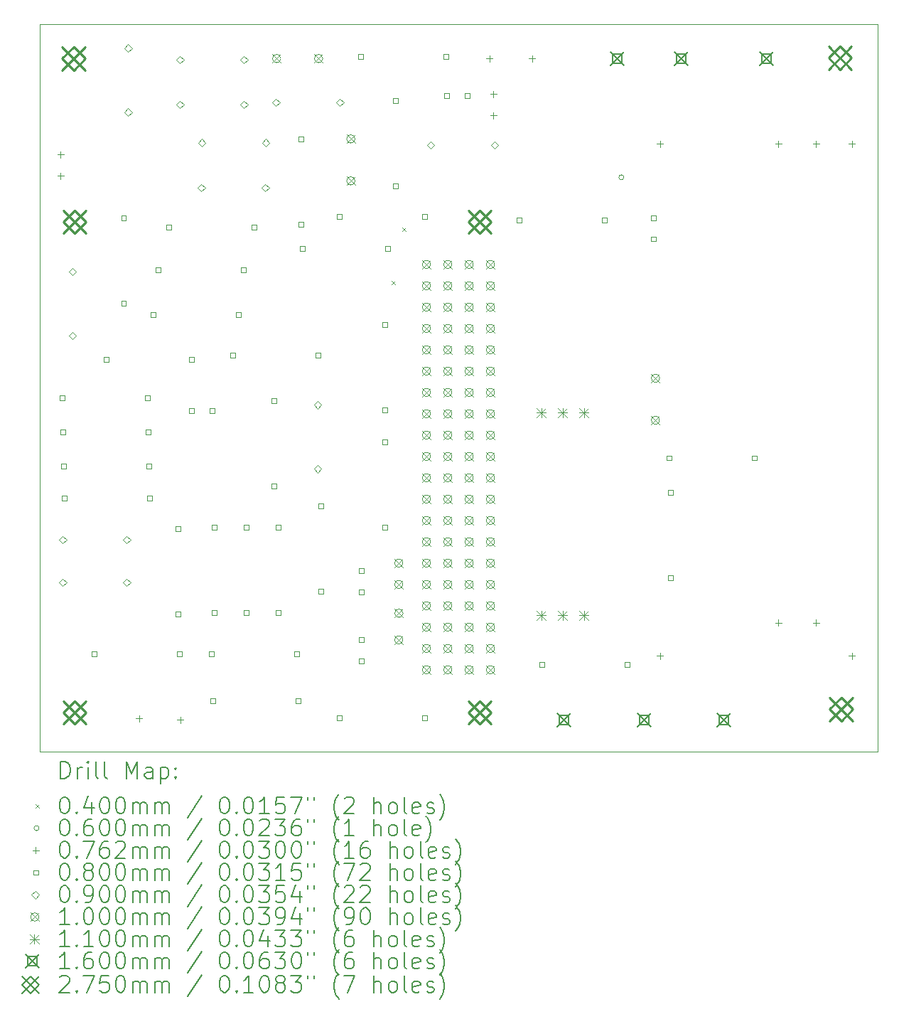
<source format=gbr>
%TF.GenerationSoftware,KiCad,Pcbnew,6.0.8*%
%TF.CreationDate,2024-03-27T11:01:51-07:00*%
%TF.ProjectId,GracefulPSU,47726163-6566-4756-9c50-53552e6b6963,rev?*%
%TF.SameCoordinates,Original*%
%TF.FileFunction,Drillmap*%
%TF.FilePolarity,Positive*%
%FSLAX45Y45*%
G04 Gerber Fmt 4.5, Leading zero omitted, Abs format (unit mm)*
G04 Created by KiCad (PCBNEW 6.0.8) date 2024-03-27 11:01:51*
%MOMM*%
%LPD*%
G01*
G04 APERTURE LIST*
%ADD10C,0.100000*%
%ADD11C,0.200000*%
%ADD12C,0.040000*%
%ADD13C,0.060000*%
%ADD14C,0.076200*%
%ADD15C,0.080000*%
%ADD16C,0.090000*%
%ADD17C,0.110000*%
%ADD18C,0.160000*%
%ADD19C,0.275000*%
G04 APERTURE END LIST*
D10*
X16410500Y-7919400D02*
X6426900Y-7919400D01*
X6426900Y-7919400D02*
X6426900Y-16580800D01*
X6426900Y-16580800D02*
X16410500Y-16580800D01*
X16410500Y-16580800D02*
X16410500Y-7919400D01*
D11*
D12*
X10624700Y-10972800D02*
X10664700Y-11012800D01*
X10664700Y-10972800D02*
X10624700Y-11012800D01*
X10751700Y-10337800D02*
X10791700Y-10377800D01*
X10791700Y-10337800D02*
X10751700Y-10377800D01*
D13*
X13389000Y-9740900D02*
G75*
G03*
X13389000Y-9740900I-30000J0D01*
G01*
D14*
X6679300Y-9430700D02*
X6679300Y-9506900D01*
X6641200Y-9468800D02*
X6717400Y-9468800D01*
X6679300Y-9684700D02*
X6679300Y-9760900D01*
X6641200Y-9722800D02*
X6717400Y-9722800D01*
X7612700Y-16145000D02*
X7612700Y-16221200D01*
X7574600Y-16183100D02*
X7650800Y-16183100D01*
X8104700Y-16161700D02*
X8104700Y-16237900D01*
X8066600Y-16199800D02*
X8142800Y-16199800D01*
X11787700Y-8287700D02*
X11787700Y-8363900D01*
X11749600Y-8325800D02*
X11825800Y-8325800D01*
X11835000Y-8712200D02*
X11835000Y-8788400D01*
X11796900Y-8750300D02*
X11873100Y-8750300D01*
X11835000Y-8966200D02*
X11835000Y-9042400D01*
X11796900Y-9004300D02*
X11873100Y-9004300D01*
X12295700Y-8287700D02*
X12295700Y-8363900D01*
X12257600Y-8325800D02*
X12333800Y-8325800D01*
X13819700Y-9303700D02*
X13819700Y-9379900D01*
X13781600Y-9341800D02*
X13857800Y-9341800D01*
X13819700Y-15399700D02*
X13819700Y-15475900D01*
X13781600Y-15437800D02*
X13857800Y-15437800D01*
X15229000Y-9303900D02*
X15229000Y-9380100D01*
X15190900Y-9342000D02*
X15267100Y-9342000D01*
X15229000Y-15003900D02*
X15229000Y-15080100D01*
X15190900Y-15042000D02*
X15267100Y-15042000D01*
X15679000Y-9303900D02*
X15679000Y-9380100D01*
X15640900Y-9342000D02*
X15717100Y-9342000D01*
X15679000Y-15003900D02*
X15679000Y-15080100D01*
X15640900Y-15042000D02*
X15717100Y-15042000D01*
X16105700Y-9303700D02*
X16105700Y-9379900D01*
X16067600Y-9341800D02*
X16143800Y-9341800D01*
X16105700Y-15399700D02*
X16105700Y-15475900D01*
X16067600Y-15437800D02*
X16143800Y-15437800D01*
D15*
X6727984Y-12393084D02*
X6727984Y-12336515D01*
X6671415Y-12336515D01*
X6671415Y-12393084D01*
X6727984Y-12393084D01*
X6735984Y-12799084D02*
X6735984Y-12742515D01*
X6679415Y-12742515D01*
X6679415Y-12799084D01*
X6735984Y-12799084D01*
X6743984Y-13205084D02*
X6743984Y-13148515D01*
X6687415Y-13148515D01*
X6687415Y-13205084D01*
X6743984Y-13205084D01*
X6748684Y-13586484D02*
X6748684Y-13529915D01*
X6692115Y-13529915D01*
X6692115Y-13586484D01*
X6748684Y-13586484D01*
X7108984Y-15441084D02*
X7108984Y-15384515D01*
X7052415Y-15384515D01*
X7052415Y-15441084D01*
X7108984Y-15441084D01*
X7251984Y-11935084D02*
X7251984Y-11878515D01*
X7195415Y-11878515D01*
X7195415Y-11935084D01*
X7251984Y-11935084D01*
X7459484Y-10251085D02*
X7459484Y-10194516D01*
X7402915Y-10194516D01*
X7402915Y-10251085D01*
X7459484Y-10251085D01*
X7459484Y-11267084D02*
X7459484Y-11210515D01*
X7402915Y-11210515D01*
X7402915Y-11267084D01*
X7459484Y-11267084D01*
X7743984Y-12393084D02*
X7743984Y-12336515D01*
X7687415Y-12336515D01*
X7687415Y-12393084D01*
X7743984Y-12393084D01*
X7751984Y-12799084D02*
X7751984Y-12742515D01*
X7695415Y-12742515D01*
X7695415Y-12799084D01*
X7751984Y-12799084D01*
X7759984Y-13205084D02*
X7759984Y-13148515D01*
X7703415Y-13148515D01*
X7703415Y-13205084D01*
X7759984Y-13205084D01*
X7764684Y-13586484D02*
X7764684Y-13529915D01*
X7708115Y-13529915D01*
X7708115Y-13586484D01*
X7764684Y-13586484D01*
X7807484Y-11402084D02*
X7807484Y-11345515D01*
X7750915Y-11345515D01*
X7750915Y-11402084D01*
X7807484Y-11402084D01*
X7870984Y-10869085D02*
X7870984Y-10812516D01*
X7814415Y-10812516D01*
X7814415Y-10869085D01*
X7870984Y-10869085D01*
X7997984Y-10361085D02*
X7997984Y-10304516D01*
X7941415Y-10304516D01*
X7941415Y-10361085D01*
X7997984Y-10361085D01*
X8107984Y-13950084D02*
X8107984Y-13893515D01*
X8051415Y-13893515D01*
X8051415Y-13950084D01*
X8107984Y-13950084D01*
X8107984Y-14966084D02*
X8107984Y-14909515D01*
X8051415Y-14909515D01*
X8051415Y-14966084D01*
X8107984Y-14966084D01*
X8124984Y-15441084D02*
X8124984Y-15384515D01*
X8068415Y-15384515D01*
X8068415Y-15441084D01*
X8124984Y-15441084D01*
X8263984Y-12545084D02*
X8263984Y-12488515D01*
X8207415Y-12488515D01*
X8207415Y-12545084D01*
X8263984Y-12545084D01*
X8267984Y-11935084D02*
X8267984Y-11878515D01*
X8211415Y-11878515D01*
X8211415Y-11935084D01*
X8267984Y-11935084D01*
X8505985Y-15441084D02*
X8505985Y-15384515D01*
X8449416Y-15384515D01*
X8449416Y-15441084D01*
X8505985Y-15441084D01*
X8513985Y-12545084D02*
X8513985Y-12488515D01*
X8457416Y-12488515D01*
X8457416Y-12545084D01*
X8513985Y-12545084D01*
X8521985Y-15999084D02*
X8521985Y-15942515D01*
X8465416Y-15942515D01*
X8465416Y-15999084D01*
X8521985Y-15999084D01*
X8538985Y-13934084D02*
X8538985Y-13877515D01*
X8482416Y-13877515D01*
X8482416Y-13934084D01*
X8538985Y-13934084D01*
X8538985Y-14950084D02*
X8538985Y-14893515D01*
X8482416Y-14893515D01*
X8482416Y-14950084D01*
X8538985Y-14950084D01*
X8759985Y-11885084D02*
X8759985Y-11828515D01*
X8703416Y-11828515D01*
X8703416Y-11885084D01*
X8759985Y-11885084D01*
X8823485Y-11402084D02*
X8823485Y-11345515D01*
X8766916Y-11345515D01*
X8766916Y-11402084D01*
X8823485Y-11402084D01*
X8886985Y-10869085D02*
X8886985Y-10812516D01*
X8830416Y-10812516D01*
X8830416Y-10869085D01*
X8886985Y-10869085D01*
X8919985Y-13934084D02*
X8919985Y-13877515D01*
X8863416Y-13877515D01*
X8863416Y-13934084D01*
X8919985Y-13934084D01*
X8919985Y-14950084D02*
X8919985Y-14893515D01*
X8863416Y-14893515D01*
X8863416Y-14950084D01*
X8919985Y-14950084D01*
X9013985Y-10361085D02*
X9013985Y-10304516D01*
X8957416Y-10304516D01*
X8957416Y-10361085D01*
X9013985Y-10361085D01*
X9250985Y-12426084D02*
X9250985Y-12369515D01*
X9194416Y-12369515D01*
X9194416Y-12426084D01*
X9250985Y-12426084D01*
X9250985Y-13442084D02*
X9250985Y-13385515D01*
X9194416Y-13385515D01*
X9194416Y-13442084D01*
X9250985Y-13442084D01*
X9300985Y-13934084D02*
X9300985Y-13877515D01*
X9244416Y-13877515D01*
X9244416Y-13934084D01*
X9300985Y-13934084D01*
X9300985Y-14950084D02*
X9300985Y-14893515D01*
X9244416Y-14893515D01*
X9244416Y-14950084D01*
X9300985Y-14950084D01*
X9521985Y-15441084D02*
X9521985Y-15384515D01*
X9465416Y-15384515D01*
X9465416Y-15441084D01*
X9521985Y-15441084D01*
X9537985Y-15999084D02*
X9537985Y-15942515D01*
X9481416Y-15942515D01*
X9481416Y-15999084D01*
X9537985Y-15999084D01*
X9568485Y-9314585D02*
X9568485Y-9258016D01*
X9511916Y-9258016D01*
X9511916Y-9314585D01*
X9568485Y-9314585D01*
X9568485Y-10330585D02*
X9568485Y-10274016D01*
X9511916Y-10274016D01*
X9511916Y-10330585D01*
X9568485Y-10330585D01*
X9585485Y-10615085D02*
X9585485Y-10558516D01*
X9528916Y-10558516D01*
X9528916Y-10615085D01*
X9585485Y-10615085D01*
X9775985Y-11885084D02*
X9775985Y-11828515D01*
X9719416Y-11828515D01*
X9719416Y-11885084D01*
X9775985Y-11885084D01*
X9808985Y-13680084D02*
X9808985Y-13623515D01*
X9752416Y-13623515D01*
X9752416Y-13680084D01*
X9808985Y-13680084D01*
X9808985Y-14696084D02*
X9808985Y-14639515D01*
X9752416Y-14639515D01*
X9752416Y-14696084D01*
X9808985Y-14696084D01*
X10029985Y-10234085D02*
X10029985Y-10177516D01*
X9973416Y-10177516D01*
X9973416Y-10234085D01*
X10029985Y-10234085D01*
X10029985Y-16203084D02*
X10029985Y-16146515D01*
X9973416Y-16146515D01*
X9973416Y-16203084D01*
X10029985Y-16203084D01*
X10283985Y-8329084D02*
X10283985Y-8272515D01*
X10227416Y-8272515D01*
X10227416Y-8329084D01*
X10283985Y-8329084D01*
X10291985Y-14454084D02*
X10291985Y-14397515D01*
X10235416Y-14397515D01*
X10235416Y-14454084D01*
X10291985Y-14454084D01*
X10291985Y-14704084D02*
X10291985Y-14647515D01*
X10235416Y-14647515D01*
X10235416Y-14704084D01*
X10291985Y-14704084D01*
X10291985Y-15275584D02*
X10291985Y-15219015D01*
X10235416Y-15219015D01*
X10235416Y-15275584D01*
X10291985Y-15275584D01*
X10291985Y-15525584D02*
X10291985Y-15469015D01*
X10235416Y-15469015D01*
X10235416Y-15525584D01*
X10291985Y-15525584D01*
X10570985Y-11521084D02*
X10570985Y-11464515D01*
X10514416Y-11464515D01*
X10514416Y-11521084D01*
X10570985Y-11521084D01*
X10570985Y-12537084D02*
X10570985Y-12480515D01*
X10514416Y-12480515D01*
X10514416Y-12537084D01*
X10570985Y-12537084D01*
X10570985Y-12918084D02*
X10570985Y-12861515D01*
X10514416Y-12861515D01*
X10514416Y-12918084D01*
X10570985Y-12918084D01*
X10570985Y-13934084D02*
X10570985Y-13877515D01*
X10514416Y-13877515D01*
X10514416Y-13934084D01*
X10570985Y-13934084D01*
X10601485Y-10615085D02*
X10601485Y-10558516D01*
X10544916Y-10558516D01*
X10544916Y-10615085D01*
X10601485Y-10615085D01*
X10697985Y-8854085D02*
X10697985Y-8797516D01*
X10641416Y-8797516D01*
X10641416Y-8854085D01*
X10697985Y-8854085D01*
X10697985Y-9870085D02*
X10697985Y-9813516D01*
X10641416Y-9813516D01*
X10641416Y-9870085D01*
X10697985Y-9870085D01*
X11045985Y-10234085D02*
X11045985Y-10177516D01*
X10989416Y-10177516D01*
X10989416Y-10234085D01*
X11045985Y-10234085D01*
X11045985Y-16203084D02*
X11045985Y-16146515D01*
X10989416Y-16146515D01*
X10989416Y-16203084D01*
X11045985Y-16203084D01*
X11299984Y-8329084D02*
X11299984Y-8272515D01*
X11243415Y-8272515D01*
X11243415Y-8329084D01*
X11299984Y-8329084D01*
X11304484Y-8798585D02*
X11304484Y-8742016D01*
X11247915Y-8742016D01*
X11247915Y-8798585D01*
X11304484Y-8798585D01*
X11554484Y-8798585D02*
X11554484Y-8742016D01*
X11497915Y-8742016D01*
X11497915Y-8798585D01*
X11554484Y-8798585D01*
X12168084Y-10277185D02*
X12168084Y-10220616D01*
X12111515Y-10220616D01*
X12111515Y-10277185D01*
X12168084Y-10277185D01*
X12442984Y-15568084D02*
X12442984Y-15511515D01*
X12386415Y-15511515D01*
X12386415Y-15568084D01*
X12442984Y-15568084D01*
X13184084Y-10277185D02*
X13184084Y-10220616D01*
X13127515Y-10220616D01*
X13127515Y-10277185D01*
X13184084Y-10277185D01*
X13458984Y-15568084D02*
X13458984Y-15511515D01*
X13402415Y-15511515D01*
X13402415Y-15568084D01*
X13458984Y-15568084D01*
X13768284Y-10251785D02*
X13768284Y-10195216D01*
X13711715Y-10195216D01*
X13711715Y-10251785D01*
X13768284Y-10251785D01*
X13768284Y-10501785D02*
X13768284Y-10445216D01*
X13711715Y-10445216D01*
X13711715Y-10501785D01*
X13768284Y-10501785D01*
X13958784Y-13109284D02*
X13958784Y-13052715D01*
X13902215Y-13052715D01*
X13902215Y-13109284D01*
X13958784Y-13109284D01*
X13971084Y-13520384D02*
X13971084Y-13463815D01*
X13914515Y-13463815D01*
X13914515Y-13520384D01*
X13971084Y-13520384D01*
X13971084Y-14536384D02*
X13971084Y-14479815D01*
X13914515Y-14479815D01*
X13914515Y-14536384D01*
X13971084Y-14536384D01*
X14974784Y-13109284D02*
X14974784Y-13052715D01*
X14918215Y-13052715D01*
X14918215Y-13109284D01*
X14974784Y-13109284D01*
D16*
X6704700Y-14100800D02*
X6749700Y-14055800D01*
X6704700Y-14010800D01*
X6659700Y-14055800D01*
X6704700Y-14100800D01*
X6704700Y-14608800D02*
X6749700Y-14563800D01*
X6704700Y-14518800D01*
X6659700Y-14563800D01*
X6704700Y-14608800D01*
X6819700Y-10907800D02*
X6864700Y-10862800D01*
X6819700Y-10817800D01*
X6774700Y-10862800D01*
X6819700Y-10907800D01*
X6819700Y-11669800D02*
X6864700Y-11624800D01*
X6819700Y-11579800D01*
X6774700Y-11624800D01*
X6819700Y-11669800D01*
X7466700Y-14100800D02*
X7511700Y-14055800D01*
X7466700Y-14010800D01*
X7421700Y-14055800D01*
X7466700Y-14100800D01*
X7466700Y-14608800D02*
X7511700Y-14563800D01*
X7466700Y-14518800D01*
X7421700Y-14563800D01*
X7466700Y-14608800D01*
X7484700Y-8246800D02*
X7529700Y-8201800D01*
X7484700Y-8156800D01*
X7439700Y-8201800D01*
X7484700Y-8246800D01*
X7484700Y-9008800D02*
X7529700Y-8963800D01*
X7484700Y-8918800D01*
X7439700Y-8963800D01*
X7484700Y-9008800D01*
X8101700Y-8385800D02*
X8146700Y-8340800D01*
X8101700Y-8295800D01*
X8056700Y-8340800D01*
X8101700Y-8385800D01*
X8101700Y-8919200D02*
X8146700Y-8874200D01*
X8101700Y-8829200D01*
X8056700Y-8874200D01*
X8101700Y-8919200D01*
X8355700Y-9909800D02*
X8400700Y-9864800D01*
X8355700Y-9819800D01*
X8310700Y-9864800D01*
X8355700Y-9909800D01*
X8361700Y-9371800D02*
X8406700Y-9326800D01*
X8361700Y-9281800D01*
X8316700Y-9326800D01*
X8361700Y-9371800D01*
X8863700Y-8385800D02*
X8908700Y-8340800D01*
X8863700Y-8295800D01*
X8818700Y-8340800D01*
X8863700Y-8385800D01*
X8863700Y-8919200D02*
X8908700Y-8874200D01*
X8863700Y-8829200D01*
X8818700Y-8874200D01*
X8863700Y-8919200D01*
X9117700Y-9909800D02*
X9162700Y-9864800D01*
X9117700Y-9819800D01*
X9072700Y-9864800D01*
X9117700Y-9909800D01*
X9123700Y-9371800D02*
X9168700Y-9326800D01*
X9123700Y-9281800D01*
X9078700Y-9326800D01*
X9123700Y-9371800D01*
X9244700Y-8893800D02*
X9289700Y-8848800D01*
X9244700Y-8803800D01*
X9199700Y-8848800D01*
X9244700Y-8893800D01*
X9740700Y-12495300D02*
X9785700Y-12450300D01*
X9740700Y-12405300D01*
X9695700Y-12450300D01*
X9740700Y-12495300D01*
X9740700Y-13257300D02*
X9785700Y-13212300D01*
X9740700Y-13167300D01*
X9695700Y-13212300D01*
X9740700Y-13257300D01*
X10006700Y-8893800D02*
X10051700Y-8848800D01*
X10006700Y-8803800D01*
X9961700Y-8848800D01*
X10006700Y-8893800D01*
X11086200Y-9401800D02*
X11131200Y-9356800D01*
X11086200Y-9311800D01*
X11041200Y-9356800D01*
X11086200Y-9401800D01*
X11848200Y-9401800D02*
X11893200Y-9356800D01*
X11848200Y-9311800D01*
X11803200Y-9356800D01*
X11848200Y-9401800D01*
D10*
X9201700Y-8275800D02*
X9301700Y-8375800D01*
X9301700Y-8275800D02*
X9201700Y-8375800D01*
X9301700Y-8325800D02*
G75*
G03*
X9301700Y-8325800I-50000J0D01*
G01*
X9701700Y-8275800D02*
X9801700Y-8375800D01*
X9801700Y-8275800D02*
X9701700Y-8375800D01*
X9801700Y-8325800D02*
G75*
G03*
X9801700Y-8325800I-50000J0D01*
G01*
X10086700Y-9232300D02*
X10186700Y-9332300D01*
X10186700Y-9232300D02*
X10086700Y-9332300D01*
X10186700Y-9282300D02*
G75*
G03*
X10186700Y-9282300I-50000J0D01*
G01*
X10086700Y-9732300D02*
X10186700Y-9832300D01*
X10186700Y-9732300D02*
X10086700Y-9832300D01*
X10186700Y-9782300D02*
G75*
G03*
X10186700Y-9782300I-50000J0D01*
G01*
X10658200Y-14282900D02*
X10758200Y-14382900D01*
X10758200Y-14282900D02*
X10658200Y-14382900D01*
X10758200Y-14332900D02*
G75*
G03*
X10758200Y-14332900I-50000J0D01*
G01*
X10658200Y-14536900D02*
X10758200Y-14636900D01*
X10758200Y-14536900D02*
X10658200Y-14636900D01*
X10758200Y-14586900D02*
G75*
G03*
X10758200Y-14586900I-50000J0D01*
G01*
X10658200Y-14879800D02*
X10758200Y-14979800D01*
X10758200Y-14879800D02*
X10658200Y-14979800D01*
X10758200Y-14929800D02*
G75*
G03*
X10758200Y-14929800I-50000J0D01*
G01*
X10658200Y-15197300D02*
X10758200Y-15297300D01*
X10758200Y-15197300D02*
X10658200Y-15297300D01*
X10758200Y-15247300D02*
G75*
G03*
X10758200Y-15247300I-50000J0D01*
G01*
X10988400Y-10726900D02*
X11088400Y-10826900D01*
X11088400Y-10726900D02*
X10988400Y-10826900D01*
X11088400Y-10776900D02*
G75*
G03*
X11088400Y-10776900I-50000J0D01*
G01*
X10988400Y-10980900D02*
X11088400Y-11080900D01*
X11088400Y-10980900D02*
X10988400Y-11080900D01*
X11088400Y-11030900D02*
G75*
G03*
X11088400Y-11030900I-50000J0D01*
G01*
X10988400Y-11234900D02*
X11088400Y-11334900D01*
X11088400Y-11234900D02*
X10988400Y-11334900D01*
X11088400Y-11284900D02*
G75*
G03*
X11088400Y-11284900I-50000J0D01*
G01*
X10988400Y-11488900D02*
X11088400Y-11588900D01*
X11088400Y-11488900D02*
X10988400Y-11588900D01*
X11088400Y-11538900D02*
G75*
G03*
X11088400Y-11538900I-50000J0D01*
G01*
X10988400Y-11742900D02*
X11088400Y-11842900D01*
X11088400Y-11742900D02*
X10988400Y-11842900D01*
X11088400Y-11792900D02*
G75*
G03*
X11088400Y-11792900I-50000J0D01*
G01*
X10988400Y-11996900D02*
X11088400Y-12096900D01*
X11088400Y-11996900D02*
X10988400Y-12096900D01*
X11088400Y-12046900D02*
G75*
G03*
X11088400Y-12046900I-50000J0D01*
G01*
X10988400Y-12250900D02*
X11088400Y-12350900D01*
X11088400Y-12250900D02*
X10988400Y-12350900D01*
X11088400Y-12300900D02*
G75*
G03*
X11088400Y-12300900I-50000J0D01*
G01*
X10988400Y-12504900D02*
X11088400Y-12604900D01*
X11088400Y-12504900D02*
X10988400Y-12604900D01*
X11088400Y-12554900D02*
G75*
G03*
X11088400Y-12554900I-50000J0D01*
G01*
X10988400Y-12758900D02*
X11088400Y-12858900D01*
X11088400Y-12758900D02*
X10988400Y-12858900D01*
X11088400Y-12808900D02*
G75*
G03*
X11088400Y-12808900I-50000J0D01*
G01*
X10988400Y-13012900D02*
X11088400Y-13112900D01*
X11088400Y-13012900D02*
X10988400Y-13112900D01*
X11088400Y-13062900D02*
G75*
G03*
X11088400Y-13062900I-50000J0D01*
G01*
X10988400Y-13266900D02*
X11088400Y-13366900D01*
X11088400Y-13266900D02*
X10988400Y-13366900D01*
X11088400Y-13316900D02*
G75*
G03*
X11088400Y-13316900I-50000J0D01*
G01*
X10988400Y-13520900D02*
X11088400Y-13620900D01*
X11088400Y-13520900D02*
X10988400Y-13620900D01*
X11088400Y-13570900D02*
G75*
G03*
X11088400Y-13570900I-50000J0D01*
G01*
X10988400Y-13774900D02*
X11088400Y-13874900D01*
X11088400Y-13774900D02*
X10988400Y-13874900D01*
X11088400Y-13824900D02*
G75*
G03*
X11088400Y-13824900I-50000J0D01*
G01*
X10988400Y-14028900D02*
X11088400Y-14128900D01*
X11088400Y-14028900D02*
X10988400Y-14128900D01*
X11088400Y-14078900D02*
G75*
G03*
X11088400Y-14078900I-50000J0D01*
G01*
X10988400Y-14282900D02*
X11088400Y-14382900D01*
X11088400Y-14282900D02*
X10988400Y-14382900D01*
X11088400Y-14332900D02*
G75*
G03*
X11088400Y-14332900I-50000J0D01*
G01*
X10988400Y-14536900D02*
X11088400Y-14636900D01*
X11088400Y-14536900D02*
X10988400Y-14636900D01*
X11088400Y-14586900D02*
G75*
G03*
X11088400Y-14586900I-50000J0D01*
G01*
X10988400Y-14790900D02*
X11088400Y-14890900D01*
X11088400Y-14790900D02*
X10988400Y-14890900D01*
X11088400Y-14840900D02*
G75*
G03*
X11088400Y-14840900I-50000J0D01*
G01*
X10988400Y-15044900D02*
X11088400Y-15144900D01*
X11088400Y-15044900D02*
X10988400Y-15144900D01*
X11088400Y-15094900D02*
G75*
G03*
X11088400Y-15094900I-50000J0D01*
G01*
X10988400Y-15298900D02*
X11088400Y-15398900D01*
X11088400Y-15298900D02*
X10988400Y-15398900D01*
X11088400Y-15348900D02*
G75*
G03*
X11088400Y-15348900I-50000J0D01*
G01*
X10988400Y-15552900D02*
X11088400Y-15652900D01*
X11088400Y-15552900D02*
X10988400Y-15652900D01*
X11088400Y-15602900D02*
G75*
G03*
X11088400Y-15602900I-50000J0D01*
G01*
X11242400Y-10726900D02*
X11342400Y-10826900D01*
X11342400Y-10726900D02*
X11242400Y-10826900D01*
X11342400Y-10776900D02*
G75*
G03*
X11342400Y-10776900I-50000J0D01*
G01*
X11242400Y-10980900D02*
X11342400Y-11080900D01*
X11342400Y-10980900D02*
X11242400Y-11080900D01*
X11342400Y-11030900D02*
G75*
G03*
X11342400Y-11030900I-50000J0D01*
G01*
X11242400Y-11234900D02*
X11342400Y-11334900D01*
X11342400Y-11234900D02*
X11242400Y-11334900D01*
X11342400Y-11284900D02*
G75*
G03*
X11342400Y-11284900I-50000J0D01*
G01*
X11242400Y-11488900D02*
X11342400Y-11588900D01*
X11342400Y-11488900D02*
X11242400Y-11588900D01*
X11342400Y-11538900D02*
G75*
G03*
X11342400Y-11538900I-50000J0D01*
G01*
X11242400Y-11742900D02*
X11342400Y-11842900D01*
X11342400Y-11742900D02*
X11242400Y-11842900D01*
X11342400Y-11792900D02*
G75*
G03*
X11342400Y-11792900I-50000J0D01*
G01*
X11242400Y-11996900D02*
X11342400Y-12096900D01*
X11342400Y-11996900D02*
X11242400Y-12096900D01*
X11342400Y-12046900D02*
G75*
G03*
X11342400Y-12046900I-50000J0D01*
G01*
X11242400Y-12250900D02*
X11342400Y-12350900D01*
X11342400Y-12250900D02*
X11242400Y-12350900D01*
X11342400Y-12300900D02*
G75*
G03*
X11342400Y-12300900I-50000J0D01*
G01*
X11242400Y-12504900D02*
X11342400Y-12604900D01*
X11342400Y-12504900D02*
X11242400Y-12604900D01*
X11342400Y-12554900D02*
G75*
G03*
X11342400Y-12554900I-50000J0D01*
G01*
X11242400Y-12758900D02*
X11342400Y-12858900D01*
X11342400Y-12758900D02*
X11242400Y-12858900D01*
X11342400Y-12808900D02*
G75*
G03*
X11342400Y-12808900I-50000J0D01*
G01*
X11242400Y-13012900D02*
X11342400Y-13112900D01*
X11342400Y-13012900D02*
X11242400Y-13112900D01*
X11342400Y-13062900D02*
G75*
G03*
X11342400Y-13062900I-50000J0D01*
G01*
X11242400Y-13266900D02*
X11342400Y-13366900D01*
X11342400Y-13266900D02*
X11242400Y-13366900D01*
X11342400Y-13316900D02*
G75*
G03*
X11342400Y-13316900I-50000J0D01*
G01*
X11242400Y-13520900D02*
X11342400Y-13620900D01*
X11342400Y-13520900D02*
X11242400Y-13620900D01*
X11342400Y-13570900D02*
G75*
G03*
X11342400Y-13570900I-50000J0D01*
G01*
X11242400Y-13774900D02*
X11342400Y-13874900D01*
X11342400Y-13774900D02*
X11242400Y-13874900D01*
X11342400Y-13824900D02*
G75*
G03*
X11342400Y-13824900I-50000J0D01*
G01*
X11242400Y-14028900D02*
X11342400Y-14128900D01*
X11342400Y-14028900D02*
X11242400Y-14128900D01*
X11342400Y-14078900D02*
G75*
G03*
X11342400Y-14078900I-50000J0D01*
G01*
X11242400Y-14282900D02*
X11342400Y-14382900D01*
X11342400Y-14282900D02*
X11242400Y-14382900D01*
X11342400Y-14332900D02*
G75*
G03*
X11342400Y-14332900I-50000J0D01*
G01*
X11242400Y-14536900D02*
X11342400Y-14636900D01*
X11342400Y-14536900D02*
X11242400Y-14636900D01*
X11342400Y-14586900D02*
G75*
G03*
X11342400Y-14586900I-50000J0D01*
G01*
X11242400Y-14790900D02*
X11342400Y-14890900D01*
X11342400Y-14790900D02*
X11242400Y-14890900D01*
X11342400Y-14840900D02*
G75*
G03*
X11342400Y-14840900I-50000J0D01*
G01*
X11242400Y-15044900D02*
X11342400Y-15144900D01*
X11342400Y-15044900D02*
X11242400Y-15144900D01*
X11342400Y-15094900D02*
G75*
G03*
X11342400Y-15094900I-50000J0D01*
G01*
X11242400Y-15298900D02*
X11342400Y-15398900D01*
X11342400Y-15298900D02*
X11242400Y-15398900D01*
X11342400Y-15348900D02*
G75*
G03*
X11342400Y-15348900I-50000J0D01*
G01*
X11242400Y-15552900D02*
X11342400Y-15652900D01*
X11342400Y-15552900D02*
X11242400Y-15652900D01*
X11342400Y-15602900D02*
G75*
G03*
X11342400Y-15602900I-50000J0D01*
G01*
X11496400Y-10727400D02*
X11596400Y-10827400D01*
X11596400Y-10727400D02*
X11496400Y-10827400D01*
X11596400Y-10777400D02*
G75*
G03*
X11596400Y-10777400I-50000J0D01*
G01*
X11496400Y-10981400D02*
X11596400Y-11081400D01*
X11596400Y-10981400D02*
X11496400Y-11081400D01*
X11596400Y-11031400D02*
G75*
G03*
X11596400Y-11031400I-50000J0D01*
G01*
X11496400Y-11235400D02*
X11596400Y-11335400D01*
X11596400Y-11235400D02*
X11496400Y-11335400D01*
X11596400Y-11285400D02*
G75*
G03*
X11596400Y-11285400I-50000J0D01*
G01*
X11496400Y-11489400D02*
X11596400Y-11589400D01*
X11596400Y-11489400D02*
X11496400Y-11589400D01*
X11596400Y-11539400D02*
G75*
G03*
X11596400Y-11539400I-50000J0D01*
G01*
X11496400Y-11743400D02*
X11596400Y-11843400D01*
X11596400Y-11743400D02*
X11496400Y-11843400D01*
X11596400Y-11793400D02*
G75*
G03*
X11596400Y-11793400I-50000J0D01*
G01*
X11496400Y-11997400D02*
X11596400Y-12097400D01*
X11596400Y-11997400D02*
X11496400Y-12097400D01*
X11596400Y-12047400D02*
G75*
G03*
X11596400Y-12047400I-50000J0D01*
G01*
X11496400Y-12251400D02*
X11596400Y-12351400D01*
X11596400Y-12251400D02*
X11496400Y-12351400D01*
X11596400Y-12301400D02*
G75*
G03*
X11596400Y-12301400I-50000J0D01*
G01*
X11496400Y-12505400D02*
X11596400Y-12605400D01*
X11596400Y-12505400D02*
X11496400Y-12605400D01*
X11596400Y-12555400D02*
G75*
G03*
X11596400Y-12555400I-50000J0D01*
G01*
X11496400Y-12759400D02*
X11596400Y-12859400D01*
X11596400Y-12759400D02*
X11496400Y-12859400D01*
X11596400Y-12809400D02*
G75*
G03*
X11596400Y-12809400I-50000J0D01*
G01*
X11496400Y-13013400D02*
X11596400Y-13113400D01*
X11596400Y-13013400D02*
X11496400Y-13113400D01*
X11596400Y-13063400D02*
G75*
G03*
X11596400Y-13063400I-50000J0D01*
G01*
X11496400Y-13267400D02*
X11596400Y-13367400D01*
X11596400Y-13267400D02*
X11496400Y-13367400D01*
X11596400Y-13317400D02*
G75*
G03*
X11596400Y-13317400I-50000J0D01*
G01*
X11496400Y-13521400D02*
X11596400Y-13621400D01*
X11596400Y-13521400D02*
X11496400Y-13621400D01*
X11596400Y-13571400D02*
G75*
G03*
X11596400Y-13571400I-50000J0D01*
G01*
X11496400Y-13775400D02*
X11596400Y-13875400D01*
X11596400Y-13775400D02*
X11496400Y-13875400D01*
X11596400Y-13825400D02*
G75*
G03*
X11596400Y-13825400I-50000J0D01*
G01*
X11496400Y-14029400D02*
X11596400Y-14129400D01*
X11596400Y-14029400D02*
X11496400Y-14129400D01*
X11596400Y-14079400D02*
G75*
G03*
X11596400Y-14079400I-50000J0D01*
G01*
X11496400Y-14283400D02*
X11596400Y-14383400D01*
X11596400Y-14283400D02*
X11496400Y-14383400D01*
X11596400Y-14333400D02*
G75*
G03*
X11596400Y-14333400I-50000J0D01*
G01*
X11496400Y-14537400D02*
X11596400Y-14637400D01*
X11596400Y-14537400D02*
X11496400Y-14637400D01*
X11596400Y-14587400D02*
G75*
G03*
X11596400Y-14587400I-50000J0D01*
G01*
X11496400Y-14791400D02*
X11596400Y-14891400D01*
X11596400Y-14791400D02*
X11496400Y-14891400D01*
X11596400Y-14841400D02*
G75*
G03*
X11596400Y-14841400I-50000J0D01*
G01*
X11496400Y-15045400D02*
X11596400Y-15145400D01*
X11596400Y-15045400D02*
X11496400Y-15145400D01*
X11596400Y-15095400D02*
G75*
G03*
X11596400Y-15095400I-50000J0D01*
G01*
X11496400Y-15299400D02*
X11596400Y-15399400D01*
X11596400Y-15299400D02*
X11496400Y-15399400D01*
X11596400Y-15349400D02*
G75*
G03*
X11596400Y-15349400I-50000J0D01*
G01*
X11496400Y-15553400D02*
X11596400Y-15653400D01*
X11596400Y-15553400D02*
X11496400Y-15653400D01*
X11596400Y-15603400D02*
G75*
G03*
X11596400Y-15603400I-50000J0D01*
G01*
X11750400Y-10727400D02*
X11850400Y-10827400D01*
X11850400Y-10727400D02*
X11750400Y-10827400D01*
X11850400Y-10777400D02*
G75*
G03*
X11850400Y-10777400I-50000J0D01*
G01*
X11750400Y-10981400D02*
X11850400Y-11081400D01*
X11850400Y-10981400D02*
X11750400Y-11081400D01*
X11850400Y-11031400D02*
G75*
G03*
X11850400Y-11031400I-50000J0D01*
G01*
X11750400Y-11235400D02*
X11850400Y-11335400D01*
X11850400Y-11235400D02*
X11750400Y-11335400D01*
X11850400Y-11285400D02*
G75*
G03*
X11850400Y-11285400I-50000J0D01*
G01*
X11750400Y-11489400D02*
X11850400Y-11589400D01*
X11850400Y-11489400D02*
X11750400Y-11589400D01*
X11850400Y-11539400D02*
G75*
G03*
X11850400Y-11539400I-50000J0D01*
G01*
X11750400Y-11743400D02*
X11850400Y-11843400D01*
X11850400Y-11743400D02*
X11750400Y-11843400D01*
X11850400Y-11793400D02*
G75*
G03*
X11850400Y-11793400I-50000J0D01*
G01*
X11750400Y-11997400D02*
X11850400Y-12097400D01*
X11850400Y-11997400D02*
X11750400Y-12097400D01*
X11850400Y-12047400D02*
G75*
G03*
X11850400Y-12047400I-50000J0D01*
G01*
X11750400Y-12251400D02*
X11850400Y-12351400D01*
X11850400Y-12251400D02*
X11750400Y-12351400D01*
X11850400Y-12301400D02*
G75*
G03*
X11850400Y-12301400I-50000J0D01*
G01*
X11750400Y-12505400D02*
X11850400Y-12605400D01*
X11850400Y-12505400D02*
X11750400Y-12605400D01*
X11850400Y-12555400D02*
G75*
G03*
X11850400Y-12555400I-50000J0D01*
G01*
X11750400Y-12759400D02*
X11850400Y-12859400D01*
X11850400Y-12759400D02*
X11750400Y-12859400D01*
X11850400Y-12809400D02*
G75*
G03*
X11850400Y-12809400I-50000J0D01*
G01*
X11750400Y-13013400D02*
X11850400Y-13113400D01*
X11850400Y-13013400D02*
X11750400Y-13113400D01*
X11850400Y-13063400D02*
G75*
G03*
X11850400Y-13063400I-50000J0D01*
G01*
X11750400Y-13267400D02*
X11850400Y-13367400D01*
X11850400Y-13267400D02*
X11750400Y-13367400D01*
X11850400Y-13317400D02*
G75*
G03*
X11850400Y-13317400I-50000J0D01*
G01*
X11750400Y-13521400D02*
X11850400Y-13621400D01*
X11850400Y-13521400D02*
X11750400Y-13621400D01*
X11850400Y-13571400D02*
G75*
G03*
X11850400Y-13571400I-50000J0D01*
G01*
X11750400Y-13775400D02*
X11850400Y-13875400D01*
X11850400Y-13775400D02*
X11750400Y-13875400D01*
X11850400Y-13825400D02*
G75*
G03*
X11850400Y-13825400I-50000J0D01*
G01*
X11750400Y-14029400D02*
X11850400Y-14129400D01*
X11850400Y-14029400D02*
X11750400Y-14129400D01*
X11850400Y-14079400D02*
G75*
G03*
X11850400Y-14079400I-50000J0D01*
G01*
X11750400Y-14283400D02*
X11850400Y-14383400D01*
X11850400Y-14283400D02*
X11750400Y-14383400D01*
X11850400Y-14333400D02*
G75*
G03*
X11850400Y-14333400I-50000J0D01*
G01*
X11750400Y-14537400D02*
X11850400Y-14637400D01*
X11850400Y-14537400D02*
X11750400Y-14637400D01*
X11850400Y-14587400D02*
G75*
G03*
X11850400Y-14587400I-50000J0D01*
G01*
X11750400Y-14791400D02*
X11850400Y-14891400D01*
X11850400Y-14791400D02*
X11750400Y-14891400D01*
X11850400Y-14841400D02*
G75*
G03*
X11850400Y-14841400I-50000J0D01*
G01*
X11750400Y-15045400D02*
X11850400Y-15145400D01*
X11850400Y-15045400D02*
X11750400Y-15145400D01*
X11850400Y-15095400D02*
G75*
G03*
X11850400Y-15095400I-50000J0D01*
G01*
X11750400Y-15299400D02*
X11850400Y-15399400D01*
X11850400Y-15299400D02*
X11750400Y-15399400D01*
X11850400Y-15349400D02*
G75*
G03*
X11850400Y-15349400I-50000J0D01*
G01*
X11750400Y-15553400D02*
X11850400Y-15653400D01*
X11850400Y-15553400D02*
X11750400Y-15653400D01*
X11850400Y-15603400D02*
G75*
G03*
X11850400Y-15603400I-50000J0D01*
G01*
X13715400Y-12082500D02*
X13815400Y-12182500D01*
X13815400Y-12082500D02*
X13715400Y-12182500D01*
X13815400Y-12132500D02*
G75*
G03*
X13815400Y-12132500I-50000J0D01*
G01*
X13715400Y-12582500D02*
X13815400Y-12682500D01*
X13815400Y-12582500D02*
X13715400Y-12682500D01*
X13815400Y-12632500D02*
G75*
G03*
X13815400Y-12632500I-50000J0D01*
G01*
D17*
X12351500Y-12488500D02*
X12461500Y-12598500D01*
X12461500Y-12488500D02*
X12351500Y-12598500D01*
X12406500Y-12488500D02*
X12406500Y-12598500D01*
X12351500Y-12543500D02*
X12461500Y-12543500D01*
X12351500Y-14901500D02*
X12461500Y-15011500D01*
X12461500Y-14901500D02*
X12351500Y-15011500D01*
X12406500Y-14901500D02*
X12406500Y-15011500D01*
X12351500Y-14956500D02*
X12461500Y-14956500D01*
X12605500Y-12488500D02*
X12715500Y-12598500D01*
X12715500Y-12488500D02*
X12605500Y-12598500D01*
X12660500Y-12488500D02*
X12660500Y-12598500D01*
X12605500Y-12543500D02*
X12715500Y-12543500D01*
X12605500Y-14901500D02*
X12715500Y-15011500D01*
X12715500Y-14901500D02*
X12605500Y-15011500D01*
X12660500Y-14901500D02*
X12660500Y-15011500D01*
X12605500Y-14956500D02*
X12715500Y-14956500D01*
X12859500Y-12488500D02*
X12969500Y-12598500D01*
X12969500Y-12488500D02*
X12859500Y-12598500D01*
X12914500Y-12488500D02*
X12914500Y-12598500D01*
X12859500Y-12543500D02*
X12969500Y-12543500D01*
X12859500Y-14901500D02*
X12969500Y-15011500D01*
X12969500Y-14901500D02*
X12859500Y-15011500D01*
X12914500Y-14901500D02*
X12914500Y-15011500D01*
X12859500Y-14956500D02*
X12969500Y-14956500D01*
D18*
X12596700Y-16119800D02*
X12756700Y-16279800D01*
X12756700Y-16119800D02*
X12596700Y-16279800D01*
X12733269Y-16256369D02*
X12733269Y-16143231D01*
X12620131Y-16143231D01*
X12620131Y-16256369D01*
X12733269Y-16256369D01*
X13231700Y-8245800D02*
X13391700Y-8405800D01*
X13391700Y-8245800D02*
X13231700Y-8405800D01*
X13368269Y-8382369D02*
X13368269Y-8269231D01*
X13255131Y-8269231D01*
X13255131Y-8382369D01*
X13368269Y-8382369D01*
X13549200Y-16119800D02*
X13709200Y-16279800D01*
X13709200Y-16119800D02*
X13549200Y-16279800D01*
X13685769Y-16256369D02*
X13685769Y-16143231D01*
X13572631Y-16143231D01*
X13572631Y-16256369D01*
X13685769Y-16256369D01*
X13993700Y-8245800D02*
X14153700Y-8405800D01*
X14153700Y-8245800D02*
X13993700Y-8405800D01*
X14130269Y-8382369D02*
X14130269Y-8269231D01*
X14017131Y-8269231D01*
X14017131Y-8382369D01*
X14130269Y-8382369D01*
X14501700Y-16119800D02*
X14661700Y-16279800D01*
X14661700Y-16119800D02*
X14501700Y-16279800D01*
X14638269Y-16256369D02*
X14638269Y-16143231D01*
X14525131Y-16143231D01*
X14525131Y-16256369D01*
X14638269Y-16256369D01*
X15009700Y-8245800D02*
X15169700Y-8405800D01*
X15169700Y-8245800D02*
X15009700Y-8405800D01*
X15146269Y-8382369D02*
X15146269Y-8269231D01*
X15033131Y-8269231D01*
X15033131Y-8382369D01*
X15146269Y-8382369D01*
D19*
X6697200Y-8188300D02*
X6972200Y-8463300D01*
X6972200Y-8188300D02*
X6697200Y-8463300D01*
X6834700Y-8463300D02*
X6972200Y-8325800D01*
X6834700Y-8188300D01*
X6697200Y-8325800D01*
X6834700Y-8463300D01*
X6709900Y-10131400D02*
X6984900Y-10406400D01*
X6984900Y-10131400D02*
X6709900Y-10406400D01*
X6847400Y-10406400D02*
X6984900Y-10268900D01*
X6847400Y-10131400D01*
X6709900Y-10268900D01*
X6847400Y-10406400D01*
X6709900Y-15973400D02*
X6984900Y-16248400D01*
X6984900Y-15973400D02*
X6709900Y-16248400D01*
X6847400Y-16248400D02*
X6984900Y-16110900D01*
X6847400Y-15973400D01*
X6709900Y-16110900D01*
X6847400Y-16248400D01*
X11535900Y-10131400D02*
X11810900Y-10406400D01*
X11810900Y-10131400D02*
X11535900Y-10406400D01*
X11673400Y-10406400D02*
X11810900Y-10268900D01*
X11673400Y-10131400D01*
X11535900Y-10268900D01*
X11673400Y-10406400D01*
X11535900Y-15973400D02*
X11810900Y-16248400D01*
X11810900Y-15973400D02*
X11535900Y-16248400D01*
X11673400Y-16248400D02*
X11810900Y-16110900D01*
X11673400Y-15973400D01*
X11535900Y-16110900D01*
X11673400Y-16248400D01*
X15825000Y-8181000D02*
X16100000Y-8456000D01*
X16100000Y-8181000D02*
X15825000Y-8456000D01*
X15962500Y-8456000D02*
X16100000Y-8318500D01*
X15962500Y-8181000D01*
X15825000Y-8318500D01*
X15962500Y-8456000D01*
X15841200Y-15935300D02*
X16116200Y-16210300D01*
X16116200Y-15935300D02*
X15841200Y-16210300D01*
X15978700Y-16210300D02*
X16116200Y-16072800D01*
X15978700Y-15935300D01*
X15841200Y-16072800D01*
X15978700Y-16210300D01*
D11*
X6679519Y-16896276D02*
X6679519Y-16696276D01*
X6727138Y-16696276D01*
X6755709Y-16705800D01*
X6774757Y-16724848D01*
X6784281Y-16743895D01*
X6793805Y-16781990D01*
X6793805Y-16810562D01*
X6784281Y-16848657D01*
X6774757Y-16867705D01*
X6755709Y-16886752D01*
X6727138Y-16896276D01*
X6679519Y-16896276D01*
X6879519Y-16896276D02*
X6879519Y-16762943D01*
X6879519Y-16801038D02*
X6889043Y-16781990D01*
X6898567Y-16772467D01*
X6917614Y-16762943D01*
X6936662Y-16762943D01*
X7003328Y-16896276D02*
X7003328Y-16762943D01*
X7003328Y-16696276D02*
X6993805Y-16705800D01*
X7003328Y-16715324D01*
X7012852Y-16705800D01*
X7003328Y-16696276D01*
X7003328Y-16715324D01*
X7127138Y-16896276D02*
X7108090Y-16886752D01*
X7098567Y-16867705D01*
X7098567Y-16696276D01*
X7231900Y-16896276D02*
X7212852Y-16886752D01*
X7203328Y-16867705D01*
X7203328Y-16696276D01*
X7460471Y-16896276D02*
X7460471Y-16696276D01*
X7527138Y-16839133D01*
X7593805Y-16696276D01*
X7593805Y-16896276D01*
X7774757Y-16896276D02*
X7774757Y-16791514D01*
X7765233Y-16772467D01*
X7746186Y-16762943D01*
X7708090Y-16762943D01*
X7689043Y-16772467D01*
X7774757Y-16886752D02*
X7755709Y-16896276D01*
X7708090Y-16896276D01*
X7689043Y-16886752D01*
X7679519Y-16867705D01*
X7679519Y-16848657D01*
X7689043Y-16829610D01*
X7708090Y-16820086D01*
X7755709Y-16820086D01*
X7774757Y-16810562D01*
X7869995Y-16762943D02*
X7869995Y-16962943D01*
X7869995Y-16772467D02*
X7889043Y-16762943D01*
X7927138Y-16762943D01*
X7946186Y-16772467D01*
X7955709Y-16781990D01*
X7965233Y-16801038D01*
X7965233Y-16858181D01*
X7955709Y-16877229D01*
X7946186Y-16886752D01*
X7927138Y-16896276D01*
X7889043Y-16896276D01*
X7869995Y-16886752D01*
X8050948Y-16877229D02*
X8060471Y-16886752D01*
X8050948Y-16896276D01*
X8041424Y-16886752D01*
X8050948Y-16877229D01*
X8050948Y-16896276D01*
X8050948Y-16772467D02*
X8060471Y-16781990D01*
X8050948Y-16791514D01*
X8041424Y-16781990D01*
X8050948Y-16772467D01*
X8050948Y-16791514D01*
D12*
X6381900Y-17205800D02*
X6421900Y-17245800D01*
X6421900Y-17205800D02*
X6381900Y-17245800D01*
D11*
X6717614Y-17116276D02*
X6736662Y-17116276D01*
X6755709Y-17125800D01*
X6765233Y-17135324D01*
X6774757Y-17154371D01*
X6784281Y-17192467D01*
X6784281Y-17240086D01*
X6774757Y-17278181D01*
X6765233Y-17297229D01*
X6755709Y-17306752D01*
X6736662Y-17316276D01*
X6717614Y-17316276D01*
X6698567Y-17306752D01*
X6689043Y-17297229D01*
X6679519Y-17278181D01*
X6669995Y-17240086D01*
X6669995Y-17192467D01*
X6679519Y-17154371D01*
X6689043Y-17135324D01*
X6698567Y-17125800D01*
X6717614Y-17116276D01*
X6869995Y-17297229D02*
X6879519Y-17306752D01*
X6869995Y-17316276D01*
X6860471Y-17306752D01*
X6869995Y-17297229D01*
X6869995Y-17316276D01*
X7050948Y-17182943D02*
X7050948Y-17316276D01*
X7003328Y-17106752D02*
X6955709Y-17249610D01*
X7079519Y-17249610D01*
X7193805Y-17116276D02*
X7212852Y-17116276D01*
X7231900Y-17125800D01*
X7241424Y-17135324D01*
X7250948Y-17154371D01*
X7260471Y-17192467D01*
X7260471Y-17240086D01*
X7250948Y-17278181D01*
X7241424Y-17297229D01*
X7231900Y-17306752D01*
X7212852Y-17316276D01*
X7193805Y-17316276D01*
X7174757Y-17306752D01*
X7165233Y-17297229D01*
X7155709Y-17278181D01*
X7146186Y-17240086D01*
X7146186Y-17192467D01*
X7155709Y-17154371D01*
X7165233Y-17135324D01*
X7174757Y-17125800D01*
X7193805Y-17116276D01*
X7384281Y-17116276D02*
X7403328Y-17116276D01*
X7422376Y-17125800D01*
X7431900Y-17135324D01*
X7441424Y-17154371D01*
X7450948Y-17192467D01*
X7450948Y-17240086D01*
X7441424Y-17278181D01*
X7431900Y-17297229D01*
X7422376Y-17306752D01*
X7403328Y-17316276D01*
X7384281Y-17316276D01*
X7365233Y-17306752D01*
X7355709Y-17297229D01*
X7346186Y-17278181D01*
X7336662Y-17240086D01*
X7336662Y-17192467D01*
X7346186Y-17154371D01*
X7355709Y-17135324D01*
X7365233Y-17125800D01*
X7384281Y-17116276D01*
X7536662Y-17316276D02*
X7536662Y-17182943D01*
X7536662Y-17201990D02*
X7546186Y-17192467D01*
X7565233Y-17182943D01*
X7593805Y-17182943D01*
X7612852Y-17192467D01*
X7622376Y-17211514D01*
X7622376Y-17316276D01*
X7622376Y-17211514D02*
X7631900Y-17192467D01*
X7650948Y-17182943D01*
X7679519Y-17182943D01*
X7698567Y-17192467D01*
X7708090Y-17211514D01*
X7708090Y-17316276D01*
X7803328Y-17316276D02*
X7803328Y-17182943D01*
X7803328Y-17201990D02*
X7812852Y-17192467D01*
X7831900Y-17182943D01*
X7860471Y-17182943D01*
X7879519Y-17192467D01*
X7889043Y-17211514D01*
X7889043Y-17316276D01*
X7889043Y-17211514D02*
X7898567Y-17192467D01*
X7917614Y-17182943D01*
X7946186Y-17182943D01*
X7965233Y-17192467D01*
X7974757Y-17211514D01*
X7974757Y-17316276D01*
X8365233Y-17106752D02*
X8193805Y-17363895D01*
X8622376Y-17116276D02*
X8641424Y-17116276D01*
X8660471Y-17125800D01*
X8669995Y-17135324D01*
X8679519Y-17154371D01*
X8689043Y-17192467D01*
X8689043Y-17240086D01*
X8679519Y-17278181D01*
X8669995Y-17297229D01*
X8660471Y-17306752D01*
X8641424Y-17316276D01*
X8622376Y-17316276D01*
X8603329Y-17306752D01*
X8593805Y-17297229D01*
X8584281Y-17278181D01*
X8574757Y-17240086D01*
X8574757Y-17192467D01*
X8584281Y-17154371D01*
X8593805Y-17135324D01*
X8603329Y-17125800D01*
X8622376Y-17116276D01*
X8774757Y-17297229D02*
X8784281Y-17306752D01*
X8774757Y-17316276D01*
X8765233Y-17306752D01*
X8774757Y-17297229D01*
X8774757Y-17316276D01*
X8908090Y-17116276D02*
X8927138Y-17116276D01*
X8946186Y-17125800D01*
X8955710Y-17135324D01*
X8965233Y-17154371D01*
X8974757Y-17192467D01*
X8974757Y-17240086D01*
X8965233Y-17278181D01*
X8955710Y-17297229D01*
X8946186Y-17306752D01*
X8927138Y-17316276D01*
X8908090Y-17316276D01*
X8889043Y-17306752D01*
X8879519Y-17297229D01*
X8869995Y-17278181D01*
X8860471Y-17240086D01*
X8860471Y-17192467D01*
X8869995Y-17154371D01*
X8879519Y-17135324D01*
X8889043Y-17125800D01*
X8908090Y-17116276D01*
X9165233Y-17316276D02*
X9050948Y-17316276D01*
X9108090Y-17316276D02*
X9108090Y-17116276D01*
X9089043Y-17144848D01*
X9069995Y-17163895D01*
X9050948Y-17173419D01*
X9346186Y-17116276D02*
X9250948Y-17116276D01*
X9241424Y-17211514D01*
X9250948Y-17201990D01*
X9269995Y-17192467D01*
X9317614Y-17192467D01*
X9336662Y-17201990D01*
X9346186Y-17211514D01*
X9355710Y-17230562D01*
X9355710Y-17278181D01*
X9346186Y-17297229D01*
X9336662Y-17306752D01*
X9317614Y-17316276D01*
X9269995Y-17316276D01*
X9250948Y-17306752D01*
X9241424Y-17297229D01*
X9422376Y-17116276D02*
X9555710Y-17116276D01*
X9469995Y-17316276D01*
X9622376Y-17116276D02*
X9622376Y-17154371D01*
X9698567Y-17116276D02*
X9698567Y-17154371D01*
X9993805Y-17392467D02*
X9984281Y-17382943D01*
X9965233Y-17354371D01*
X9955710Y-17335324D01*
X9946186Y-17306752D01*
X9936662Y-17259133D01*
X9936662Y-17221038D01*
X9946186Y-17173419D01*
X9955710Y-17144848D01*
X9965233Y-17125800D01*
X9984281Y-17097229D01*
X9993805Y-17087705D01*
X10060471Y-17135324D02*
X10069995Y-17125800D01*
X10089043Y-17116276D01*
X10136662Y-17116276D01*
X10155710Y-17125800D01*
X10165233Y-17135324D01*
X10174757Y-17154371D01*
X10174757Y-17173419D01*
X10165233Y-17201990D01*
X10050948Y-17316276D01*
X10174757Y-17316276D01*
X10412852Y-17316276D02*
X10412852Y-17116276D01*
X10498567Y-17316276D02*
X10498567Y-17211514D01*
X10489043Y-17192467D01*
X10469995Y-17182943D01*
X10441424Y-17182943D01*
X10422376Y-17192467D01*
X10412852Y-17201990D01*
X10622376Y-17316276D02*
X10603329Y-17306752D01*
X10593805Y-17297229D01*
X10584281Y-17278181D01*
X10584281Y-17221038D01*
X10593805Y-17201990D01*
X10603329Y-17192467D01*
X10622376Y-17182943D01*
X10650948Y-17182943D01*
X10669995Y-17192467D01*
X10679519Y-17201990D01*
X10689043Y-17221038D01*
X10689043Y-17278181D01*
X10679519Y-17297229D01*
X10669995Y-17306752D01*
X10650948Y-17316276D01*
X10622376Y-17316276D01*
X10803329Y-17316276D02*
X10784281Y-17306752D01*
X10774757Y-17287705D01*
X10774757Y-17116276D01*
X10955710Y-17306752D02*
X10936662Y-17316276D01*
X10898567Y-17316276D01*
X10879519Y-17306752D01*
X10869995Y-17287705D01*
X10869995Y-17211514D01*
X10879519Y-17192467D01*
X10898567Y-17182943D01*
X10936662Y-17182943D01*
X10955710Y-17192467D01*
X10965233Y-17211514D01*
X10965233Y-17230562D01*
X10869995Y-17249610D01*
X11041424Y-17306752D02*
X11060471Y-17316276D01*
X11098567Y-17316276D01*
X11117614Y-17306752D01*
X11127138Y-17287705D01*
X11127138Y-17278181D01*
X11117614Y-17259133D01*
X11098567Y-17249610D01*
X11069995Y-17249610D01*
X11050948Y-17240086D01*
X11041424Y-17221038D01*
X11041424Y-17211514D01*
X11050948Y-17192467D01*
X11069995Y-17182943D01*
X11098567Y-17182943D01*
X11117614Y-17192467D01*
X11193805Y-17392467D02*
X11203328Y-17382943D01*
X11222376Y-17354371D01*
X11231900Y-17335324D01*
X11241424Y-17306752D01*
X11250948Y-17259133D01*
X11250948Y-17221038D01*
X11241424Y-17173419D01*
X11231900Y-17144848D01*
X11222376Y-17125800D01*
X11203328Y-17097229D01*
X11193805Y-17087705D01*
D13*
X6421900Y-17489800D02*
G75*
G03*
X6421900Y-17489800I-30000J0D01*
G01*
D11*
X6717614Y-17380276D02*
X6736662Y-17380276D01*
X6755709Y-17389800D01*
X6765233Y-17399324D01*
X6774757Y-17418371D01*
X6784281Y-17456467D01*
X6784281Y-17504086D01*
X6774757Y-17542181D01*
X6765233Y-17561229D01*
X6755709Y-17570752D01*
X6736662Y-17580276D01*
X6717614Y-17580276D01*
X6698567Y-17570752D01*
X6689043Y-17561229D01*
X6679519Y-17542181D01*
X6669995Y-17504086D01*
X6669995Y-17456467D01*
X6679519Y-17418371D01*
X6689043Y-17399324D01*
X6698567Y-17389800D01*
X6717614Y-17380276D01*
X6869995Y-17561229D02*
X6879519Y-17570752D01*
X6869995Y-17580276D01*
X6860471Y-17570752D01*
X6869995Y-17561229D01*
X6869995Y-17580276D01*
X7050948Y-17380276D02*
X7012852Y-17380276D01*
X6993805Y-17389800D01*
X6984281Y-17399324D01*
X6965233Y-17427895D01*
X6955709Y-17465990D01*
X6955709Y-17542181D01*
X6965233Y-17561229D01*
X6974757Y-17570752D01*
X6993805Y-17580276D01*
X7031900Y-17580276D01*
X7050948Y-17570752D01*
X7060471Y-17561229D01*
X7069995Y-17542181D01*
X7069995Y-17494562D01*
X7060471Y-17475514D01*
X7050948Y-17465990D01*
X7031900Y-17456467D01*
X6993805Y-17456467D01*
X6974757Y-17465990D01*
X6965233Y-17475514D01*
X6955709Y-17494562D01*
X7193805Y-17380276D02*
X7212852Y-17380276D01*
X7231900Y-17389800D01*
X7241424Y-17399324D01*
X7250948Y-17418371D01*
X7260471Y-17456467D01*
X7260471Y-17504086D01*
X7250948Y-17542181D01*
X7241424Y-17561229D01*
X7231900Y-17570752D01*
X7212852Y-17580276D01*
X7193805Y-17580276D01*
X7174757Y-17570752D01*
X7165233Y-17561229D01*
X7155709Y-17542181D01*
X7146186Y-17504086D01*
X7146186Y-17456467D01*
X7155709Y-17418371D01*
X7165233Y-17399324D01*
X7174757Y-17389800D01*
X7193805Y-17380276D01*
X7384281Y-17380276D02*
X7403328Y-17380276D01*
X7422376Y-17389800D01*
X7431900Y-17399324D01*
X7441424Y-17418371D01*
X7450948Y-17456467D01*
X7450948Y-17504086D01*
X7441424Y-17542181D01*
X7431900Y-17561229D01*
X7422376Y-17570752D01*
X7403328Y-17580276D01*
X7384281Y-17580276D01*
X7365233Y-17570752D01*
X7355709Y-17561229D01*
X7346186Y-17542181D01*
X7336662Y-17504086D01*
X7336662Y-17456467D01*
X7346186Y-17418371D01*
X7355709Y-17399324D01*
X7365233Y-17389800D01*
X7384281Y-17380276D01*
X7536662Y-17580276D02*
X7536662Y-17446943D01*
X7536662Y-17465990D02*
X7546186Y-17456467D01*
X7565233Y-17446943D01*
X7593805Y-17446943D01*
X7612852Y-17456467D01*
X7622376Y-17475514D01*
X7622376Y-17580276D01*
X7622376Y-17475514D02*
X7631900Y-17456467D01*
X7650948Y-17446943D01*
X7679519Y-17446943D01*
X7698567Y-17456467D01*
X7708090Y-17475514D01*
X7708090Y-17580276D01*
X7803328Y-17580276D02*
X7803328Y-17446943D01*
X7803328Y-17465990D02*
X7812852Y-17456467D01*
X7831900Y-17446943D01*
X7860471Y-17446943D01*
X7879519Y-17456467D01*
X7889043Y-17475514D01*
X7889043Y-17580276D01*
X7889043Y-17475514D02*
X7898567Y-17456467D01*
X7917614Y-17446943D01*
X7946186Y-17446943D01*
X7965233Y-17456467D01*
X7974757Y-17475514D01*
X7974757Y-17580276D01*
X8365233Y-17370752D02*
X8193805Y-17627895D01*
X8622376Y-17380276D02*
X8641424Y-17380276D01*
X8660471Y-17389800D01*
X8669995Y-17399324D01*
X8679519Y-17418371D01*
X8689043Y-17456467D01*
X8689043Y-17504086D01*
X8679519Y-17542181D01*
X8669995Y-17561229D01*
X8660471Y-17570752D01*
X8641424Y-17580276D01*
X8622376Y-17580276D01*
X8603329Y-17570752D01*
X8593805Y-17561229D01*
X8584281Y-17542181D01*
X8574757Y-17504086D01*
X8574757Y-17456467D01*
X8584281Y-17418371D01*
X8593805Y-17399324D01*
X8603329Y-17389800D01*
X8622376Y-17380276D01*
X8774757Y-17561229D02*
X8784281Y-17570752D01*
X8774757Y-17580276D01*
X8765233Y-17570752D01*
X8774757Y-17561229D01*
X8774757Y-17580276D01*
X8908090Y-17380276D02*
X8927138Y-17380276D01*
X8946186Y-17389800D01*
X8955710Y-17399324D01*
X8965233Y-17418371D01*
X8974757Y-17456467D01*
X8974757Y-17504086D01*
X8965233Y-17542181D01*
X8955710Y-17561229D01*
X8946186Y-17570752D01*
X8927138Y-17580276D01*
X8908090Y-17580276D01*
X8889043Y-17570752D01*
X8879519Y-17561229D01*
X8869995Y-17542181D01*
X8860471Y-17504086D01*
X8860471Y-17456467D01*
X8869995Y-17418371D01*
X8879519Y-17399324D01*
X8889043Y-17389800D01*
X8908090Y-17380276D01*
X9050948Y-17399324D02*
X9060471Y-17389800D01*
X9079519Y-17380276D01*
X9127138Y-17380276D01*
X9146186Y-17389800D01*
X9155710Y-17399324D01*
X9165233Y-17418371D01*
X9165233Y-17437419D01*
X9155710Y-17465990D01*
X9041424Y-17580276D01*
X9165233Y-17580276D01*
X9231900Y-17380276D02*
X9355710Y-17380276D01*
X9289043Y-17456467D01*
X9317614Y-17456467D01*
X9336662Y-17465990D01*
X9346186Y-17475514D01*
X9355710Y-17494562D01*
X9355710Y-17542181D01*
X9346186Y-17561229D01*
X9336662Y-17570752D01*
X9317614Y-17580276D01*
X9260471Y-17580276D01*
X9241424Y-17570752D01*
X9231900Y-17561229D01*
X9527138Y-17380276D02*
X9489043Y-17380276D01*
X9469995Y-17389800D01*
X9460471Y-17399324D01*
X9441424Y-17427895D01*
X9431900Y-17465990D01*
X9431900Y-17542181D01*
X9441424Y-17561229D01*
X9450948Y-17570752D01*
X9469995Y-17580276D01*
X9508090Y-17580276D01*
X9527138Y-17570752D01*
X9536662Y-17561229D01*
X9546186Y-17542181D01*
X9546186Y-17494562D01*
X9536662Y-17475514D01*
X9527138Y-17465990D01*
X9508090Y-17456467D01*
X9469995Y-17456467D01*
X9450948Y-17465990D01*
X9441424Y-17475514D01*
X9431900Y-17494562D01*
X9622376Y-17380276D02*
X9622376Y-17418371D01*
X9698567Y-17380276D02*
X9698567Y-17418371D01*
X9993805Y-17656467D02*
X9984281Y-17646943D01*
X9965233Y-17618371D01*
X9955710Y-17599324D01*
X9946186Y-17570752D01*
X9936662Y-17523133D01*
X9936662Y-17485038D01*
X9946186Y-17437419D01*
X9955710Y-17408848D01*
X9965233Y-17389800D01*
X9984281Y-17361229D01*
X9993805Y-17351705D01*
X10174757Y-17580276D02*
X10060471Y-17580276D01*
X10117614Y-17580276D02*
X10117614Y-17380276D01*
X10098567Y-17408848D01*
X10079519Y-17427895D01*
X10060471Y-17437419D01*
X10412852Y-17580276D02*
X10412852Y-17380276D01*
X10498567Y-17580276D02*
X10498567Y-17475514D01*
X10489043Y-17456467D01*
X10469995Y-17446943D01*
X10441424Y-17446943D01*
X10422376Y-17456467D01*
X10412852Y-17465990D01*
X10622376Y-17580276D02*
X10603329Y-17570752D01*
X10593805Y-17561229D01*
X10584281Y-17542181D01*
X10584281Y-17485038D01*
X10593805Y-17465990D01*
X10603329Y-17456467D01*
X10622376Y-17446943D01*
X10650948Y-17446943D01*
X10669995Y-17456467D01*
X10679519Y-17465990D01*
X10689043Y-17485038D01*
X10689043Y-17542181D01*
X10679519Y-17561229D01*
X10669995Y-17570752D01*
X10650948Y-17580276D01*
X10622376Y-17580276D01*
X10803329Y-17580276D02*
X10784281Y-17570752D01*
X10774757Y-17551705D01*
X10774757Y-17380276D01*
X10955710Y-17570752D02*
X10936662Y-17580276D01*
X10898567Y-17580276D01*
X10879519Y-17570752D01*
X10869995Y-17551705D01*
X10869995Y-17475514D01*
X10879519Y-17456467D01*
X10898567Y-17446943D01*
X10936662Y-17446943D01*
X10955710Y-17456467D01*
X10965233Y-17475514D01*
X10965233Y-17494562D01*
X10869995Y-17513610D01*
X11031900Y-17656467D02*
X11041424Y-17646943D01*
X11060471Y-17618371D01*
X11069995Y-17599324D01*
X11079519Y-17570752D01*
X11089043Y-17523133D01*
X11089043Y-17485038D01*
X11079519Y-17437419D01*
X11069995Y-17408848D01*
X11060471Y-17389800D01*
X11041424Y-17361229D01*
X11031900Y-17351705D01*
D14*
X6383800Y-17715700D02*
X6383800Y-17791900D01*
X6345700Y-17753800D02*
X6421900Y-17753800D01*
D11*
X6717614Y-17644276D02*
X6736662Y-17644276D01*
X6755709Y-17653800D01*
X6765233Y-17663324D01*
X6774757Y-17682371D01*
X6784281Y-17720467D01*
X6784281Y-17768086D01*
X6774757Y-17806181D01*
X6765233Y-17825229D01*
X6755709Y-17834752D01*
X6736662Y-17844276D01*
X6717614Y-17844276D01*
X6698567Y-17834752D01*
X6689043Y-17825229D01*
X6679519Y-17806181D01*
X6669995Y-17768086D01*
X6669995Y-17720467D01*
X6679519Y-17682371D01*
X6689043Y-17663324D01*
X6698567Y-17653800D01*
X6717614Y-17644276D01*
X6869995Y-17825229D02*
X6879519Y-17834752D01*
X6869995Y-17844276D01*
X6860471Y-17834752D01*
X6869995Y-17825229D01*
X6869995Y-17844276D01*
X6946186Y-17644276D02*
X7079519Y-17644276D01*
X6993805Y-17844276D01*
X7241424Y-17644276D02*
X7203328Y-17644276D01*
X7184281Y-17653800D01*
X7174757Y-17663324D01*
X7155709Y-17691895D01*
X7146186Y-17729990D01*
X7146186Y-17806181D01*
X7155709Y-17825229D01*
X7165233Y-17834752D01*
X7184281Y-17844276D01*
X7222376Y-17844276D01*
X7241424Y-17834752D01*
X7250948Y-17825229D01*
X7260471Y-17806181D01*
X7260471Y-17758562D01*
X7250948Y-17739514D01*
X7241424Y-17729990D01*
X7222376Y-17720467D01*
X7184281Y-17720467D01*
X7165233Y-17729990D01*
X7155709Y-17739514D01*
X7146186Y-17758562D01*
X7336662Y-17663324D02*
X7346186Y-17653800D01*
X7365233Y-17644276D01*
X7412852Y-17644276D01*
X7431900Y-17653800D01*
X7441424Y-17663324D01*
X7450948Y-17682371D01*
X7450948Y-17701419D01*
X7441424Y-17729990D01*
X7327138Y-17844276D01*
X7450948Y-17844276D01*
X7536662Y-17844276D02*
X7536662Y-17710943D01*
X7536662Y-17729990D02*
X7546186Y-17720467D01*
X7565233Y-17710943D01*
X7593805Y-17710943D01*
X7612852Y-17720467D01*
X7622376Y-17739514D01*
X7622376Y-17844276D01*
X7622376Y-17739514D02*
X7631900Y-17720467D01*
X7650948Y-17710943D01*
X7679519Y-17710943D01*
X7698567Y-17720467D01*
X7708090Y-17739514D01*
X7708090Y-17844276D01*
X7803328Y-17844276D02*
X7803328Y-17710943D01*
X7803328Y-17729990D02*
X7812852Y-17720467D01*
X7831900Y-17710943D01*
X7860471Y-17710943D01*
X7879519Y-17720467D01*
X7889043Y-17739514D01*
X7889043Y-17844276D01*
X7889043Y-17739514D02*
X7898567Y-17720467D01*
X7917614Y-17710943D01*
X7946186Y-17710943D01*
X7965233Y-17720467D01*
X7974757Y-17739514D01*
X7974757Y-17844276D01*
X8365233Y-17634752D02*
X8193805Y-17891895D01*
X8622376Y-17644276D02*
X8641424Y-17644276D01*
X8660471Y-17653800D01*
X8669995Y-17663324D01*
X8679519Y-17682371D01*
X8689043Y-17720467D01*
X8689043Y-17768086D01*
X8679519Y-17806181D01*
X8669995Y-17825229D01*
X8660471Y-17834752D01*
X8641424Y-17844276D01*
X8622376Y-17844276D01*
X8603329Y-17834752D01*
X8593805Y-17825229D01*
X8584281Y-17806181D01*
X8574757Y-17768086D01*
X8574757Y-17720467D01*
X8584281Y-17682371D01*
X8593805Y-17663324D01*
X8603329Y-17653800D01*
X8622376Y-17644276D01*
X8774757Y-17825229D02*
X8784281Y-17834752D01*
X8774757Y-17844276D01*
X8765233Y-17834752D01*
X8774757Y-17825229D01*
X8774757Y-17844276D01*
X8908090Y-17644276D02*
X8927138Y-17644276D01*
X8946186Y-17653800D01*
X8955710Y-17663324D01*
X8965233Y-17682371D01*
X8974757Y-17720467D01*
X8974757Y-17768086D01*
X8965233Y-17806181D01*
X8955710Y-17825229D01*
X8946186Y-17834752D01*
X8927138Y-17844276D01*
X8908090Y-17844276D01*
X8889043Y-17834752D01*
X8879519Y-17825229D01*
X8869995Y-17806181D01*
X8860471Y-17768086D01*
X8860471Y-17720467D01*
X8869995Y-17682371D01*
X8879519Y-17663324D01*
X8889043Y-17653800D01*
X8908090Y-17644276D01*
X9041424Y-17644276D02*
X9165233Y-17644276D01*
X9098567Y-17720467D01*
X9127138Y-17720467D01*
X9146186Y-17729990D01*
X9155710Y-17739514D01*
X9165233Y-17758562D01*
X9165233Y-17806181D01*
X9155710Y-17825229D01*
X9146186Y-17834752D01*
X9127138Y-17844276D01*
X9069995Y-17844276D01*
X9050948Y-17834752D01*
X9041424Y-17825229D01*
X9289043Y-17644276D02*
X9308090Y-17644276D01*
X9327138Y-17653800D01*
X9336662Y-17663324D01*
X9346186Y-17682371D01*
X9355710Y-17720467D01*
X9355710Y-17768086D01*
X9346186Y-17806181D01*
X9336662Y-17825229D01*
X9327138Y-17834752D01*
X9308090Y-17844276D01*
X9289043Y-17844276D01*
X9269995Y-17834752D01*
X9260471Y-17825229D01*
X9250948Y-17806181D01*
X9241424Y-17768086D01*
X9241424Y-17720467D01*
X9250948Y-17682371D01*
X9260471Y-17663324D01*
X9269995Y-17653800D01*
X9289043Y-17644276D01*
X9479519Y-17644276D02*
X9498567Y-17644276D01*
X9517614Y-17653800D01*
X9527138Y-17663324D01*
X9536662Y-17682371D01*
X9546186Y-17720467D01*
X9546186Y-17768086D01*
X9536662Y-17806181D01*
X9527138Y-17825229D01*
X9517614Y-17834752D01*
X9498567Y-17844276D01*
X9479519Y-17844276D01*
X9460471Y-17834752D01*
X9450948Y-17825229D01*
X9441424Y-17806181D01*
X9431900Y-17768086D01*
X9431900Y-17720467D01*
X9441424Y-17682371D01*
X9450948Y-17663324D01*
X9460471Y-17653800D01*
X9479519Y-17644276D01*
X9622376Y-17644276D02*
X9622376Y-17682371D01*
X9698567Y-17644276D02*
X9698567Y-17682371D01*
X9993805Y-17920467D02*
X9984281Y-17910943D01*
X9965233Y-17882371D01*
X9955710Y-17863324D01*
X9946186Y-17834752D01*
X9936662Y-17787133D01*
X9936662Y-17749038D01*
X9946186Y-17701419D01*
X9955710Y-17672848D01*
X9965233Y-17653800D01*
X9984281Y-17625229D01*
X9993805Y-17615705D01*
X10174757Y-17844276D02*
X10060471Y-17844276D01*
X10117614Y-17844276D02*
X10117614Y-17644276D01*
X10098567Y-17672848D01*
X10079519Y-17691895D01*
X10060471Y-17701419D01*
X10346186Y-17644276D02*
X10308090Y-17644276D01*
X10289043Y-17653800D01*
X10279519Y-17663324D01*
X10260471Y-17691895D01*
X10250948Y-17729990D01*
X10250948Y-17806181D01*
X10260471Y-17825229D01*
X10269995Y-17834752D01*
X10289043Y-17844276D01*
X10327138Y-17844276D01*
X10346186Y-17834752D01*
X10355710Y-17825229D01*
X10365233Y-17806181D01*
X10365233Y-17758562D01*
X10355710Y-17739514D01*
X10346186Y-17729990D01*
X10327138Y-17720467D01*
X10289043Y-17720467D01*
X10269995Y-17729990D01*
X10260471Y-17739514D01*
X10250948Y-17758562D01*
X10603329Y-17844276D02*
X10603329Y-17644276D01*
X10689043Y-17844276D02*
X10689043Y-17739514D01*
X10679519Y-17720467D01*
X10660471Y-17710943D01*
X10631900Y-17710943D01*
X10612852Y-17720467D01*
X10603329Y-17729990D01*
X10812852Y-17844276D02*
X10793805Y-17834752D01*
X10784281Y-17825229D01*
X10774757Y-17806181D01*
X10774757Y-17749038D01*
X10784281Y-17729990D01*
X10793805Y-17720467D01*
X10812852Y-17710943D01*
X10841424Y-17710943D01*
X10860471Y-17720467D01*
X10869995Y-17729990D01*
X10879519Y-17749038D01*
X10879519Y-17806181D01*
X10869995Y-17825229D01*
X10860471Y-17834752D01*
X10841424Y-17844276D01*
X10812852Y-17844276D01*
X10993805Y-17844276D02*
X10974757Y-17834752D01*
X10965233Y-17815705D01*
X10965233Y-17644276D01*
X11146186Y-17834752D02*
X11127138Y-17844276D01*
X11089043Y-17844276D01*
X11069995Y-17834752D01*
X11060471Y-17815705D01*
X11060471Y-17739514D01*
X11069995Y-17720467D01*
X11089043Y-17710943D01*
X11127138Y-17710943D01*
X11146186Y-17720467D01*
X11155710Y-17739514D01*
X11155710Y-17758562D01*
X11060471Y-17777610D01*
X11231900Y-17834752D02*
X11250948Y-17844276D01*
X11289043Y-17844276D01*
X11308090Y-17834752D01*
X11317614Y-17815705D01*
X11317614Y-17806181D01*
X11308090Y-17787133D01*
X11289043Y-17777610D01*
X11260471Y-17777610D01*
X11241424Y-17768086D01*
X11231900Y-17749038D01*
X11231900Y-17739514D01*
X11241424Y-17720467D01*
X11260471Y-17710943D01*
X11289043Y-17710943D01*
X11308090Y-17720467D01*
X11384281Y-17920467D02*
X11393805Y-17910943D01*
X11412852Y-17882371D01*
X11422376Y-17863324D01*
X11431900Y-17834752D01*
X11441424Y-17787133D01*
X11441424Y-17749038D01*
X11431900Y-17701419D01*
X11422376Y-17672848D01*
X11412852Y-17653800D01*
X11393805Y-17625229D01*
X11384281Y-17615705D01*
D15*
X6410184Y-18046085D02*
X6410184Y-17989516D01*
X6353615Y-17989516D01*
X6353615Y-18046085D01*
X6410184Y-18046085D01*
D11*
X6717614Y-17908276D02*
X6736662Y-17908276D01*
X6755709Y-17917800D01*
X6765233Y-17927324D01*
X6774757Y-17946371D01*
X6784281Y-17984467D01*
X6784281Y-18032086D01*
X6774757Y-18070181D01*
X6765233Y-18089229D01*
X6755709Y-18098752D01*
X6736662Y-18108276D01*
X6717614Y-18108276D01*
X6698567Y-18098752D01*
X6689043Y-18089229D01*
X6679519Y-18070181D01*
X6669995Y-18032086D01*
X6669995Y-17984467D01*
X6679519Y-17946371D01*
X6689043Y-17927324D01*
X6698567Y-17917800D01*
X6717614Y-17908276D01*
X6869995Y-18089229D02*
X6879519Y-18098752D01*
X6869995Y-18108276D01*
X6860471Y-18098752D01*
X6869995Y-18089229D01*
X6869995Y-18108276D01*
X6993805Y-17993990D02*
X6974757Y-17984467D01*
X6965233Y-17974943D01*
X6955709Y-17955895D01*
X6955709Y-17946371D01*
X6965233Y-17927324D01*
X6974757Y-17917800D01*
X6993805Y-17908276D01*
X7031900Y-17908276D01*
X7050948Y-17917800D01*
X7060471Y-17927324D01*
X7069995Y-17946371D01*
X7069995Y-17955895D01*
X7060471Y-17974943D01*
X7050948Y-17984467D01*
X7031900Y-17993990D01*
X6993805Y-17993990D01*
X6974757Y-18003514D01*
X6965233Y-18013038D01*
X6955709Y-18032086D01*
X6955709Y-18070181D01*
X6965233Y-18089229D01*
X6974757Y-18098752D01*
X6993805Y-18108276D01*
X7031900Y-18108276D01*
X7050948Y-18098752D01*
X7060471Y-18089229D01*
X7069995Y-18070181D01*
X7069995Y-18032086D01*
X7060471Y-18013038D01*
X7050948Y-18003514D01*
X7031900Y-17993990D01*
X7193805Y-17908276D02*
X7212852Y-17908276D01*
X7231900Y-17917800D01*
X7241424Y-17927324D01*
X7250948Y-17946371D01*
X7260471Y-17984467D01*
X7260471Y-18032086D01*
X7250948Y-18070181D01*
X7241424Y-18089229D01*
X7231900Y-18098752D01*
X7212852Y-18108276D01*
X7193805Y-18108276D01*
X7174757Y-18098752D01*
X7165233Y-18089229D01*
X7155709Y-18070181D01*
X7146186Y-18032086D01*
X7146186Y-17984467D01*
X7155709Y-17946371D01*
X7165233Y-17927324D01*
X7174757Y-17917800D01*
X7193805Y-17908276D01*
X7384281Y-17908276D02*
X7403328Y-17908276D01*
X7422376Y-17917800D01*
X7431900Y-17927324D01*
X7441424Y-17946371D01*
X7450948Y-17984467D01*
X7450948Y-18032086D01*
X7441424Y-18070181D01*
X7431900Y-18089229D01*
X7422376Y-18098752D01*
X7403328Y-18108276D01*
X7384281Y-18108276D01*
X7365233Y-18098752D01*
X7355709Y-18089229D01*
X7346186Y-18070181D01*
X7336662Y-18032086D01*
X7336662Y-17984467D01*
X7346186Y-17946371D01*
X7355709Y-17927324D01*
X7365233Y-17917800D01*
X7384281Y-17908276D01*
X7536662Y-18108276D02*
X7536662Y-17974943D01*
X7536662Y-17993990D02*
X7546186Y-17984467D01*
X7565233Y-17974943D01*
X7593805Y-17974943D01*
X7612852Y-17984467D01*
X7622376Y-18003514D01*
X7622376Y-18108276D01*
X7622376Y-18003514D02*
X7631900Y-17984467D01*
X7650948Y-17974943D01*
X7679519Y-17974943D01*
X7698567Y-17984467D01*
X7708090Y-18003514D01*
X7708090Y-18108276D01*
X7803328Y-18108276D02*
X7803328Y-17974943D01*
X7803328Y-17993990D02*
X7812852Y-17984467D01*
X7831900Y-17974943D01*
X7860471Y-17974943D01*
X7879519Y-17984467D01*
X7889043Y-18003514D01*
X7889043Y-18108276D01*
X7889043Y-18003514D02*
X7898567Y-17984467D01*
X7917614Y-17974943D01*
X7946186Y-17974943D01*
X7965233Y-17984467D01*
X7974757Y-18003514D01*
X7974757Y-18108276D01*
X8365233Y-17898752D02*
X8193805Y-18155895D01*
X8622376Y-17908276D02*
X8641424Y-17908276D01*
X8660471Y-17917800D01*
X8669995Y-17927324D01*
X8679519Y-17946371D01*
X8689043Y-17984467D01*
X8689043Y-18032086D01*
X8679519Y-18070181D01*
X8669995Y-18089229D01*
X8660471Y-18098752D01*
X8641424Y-18108276D01*
X8622376Y-18108276D01*
X8603329Y-18098752D01*
X8593805Y-18089229D01*
X8584281Y-18070181D01*
X8574757Y-18032086D01*
X8574757Y-17984467D01*
X8584281Y-17946371D01*
X8593805Y-17927324D01*
X8603329Y-17917800D01*
X8622376Y-17908276D01*
X8774757Y-18089229D02*
X8784281Y-18098752D01*
X8774757Y-18108276D01*
X8765233Y-18098752D01*
X8774757Y-18089229D01*
X8774757Y-18108276D01*
X8908090Y-17908276D02*
X8927138Y-17908276D01*
X8946186Y-17917800D01*
X8955710Y-17927324D01*
X8965233Y-17946371D01*
X8974757Y-17984467D01*
X8974757Y-18032086D01*
X8965233Y-18070181D01*
X8955710Y-18089229D01*
X8946186Y-18098752D01*
X8927138Y-18108276D01*
X8908090Y-18108276D01*
X8889043Y-18098752D01*
X8879519Y-18089229D01*
X8869995Y-18070181D01*
X8860471Y-18032086D01*
X8860471Y-17984467D01*
X8869995Y-17946371D01*
X8879519Y-17927324D01*
X8889043Y-17917800D01*
X8908090Y-17908276D01*
X9041424Y-17908276D02*
X9165233Y-17908276D01*
X9098567Y-17984467D01*
X9127138Y-17984467D01*
X9146186Y-17993990D01*
X9155710Y-18003514D01*
X9165233Y-18022562D01*
X9165233Y-18070181D01*
X9155710Y-18089229D01*
X9146186Y-18098752D01*
X9127138Y-18108276D01*
X9069995Y-18108276D01*
X9050948Y-18098752D01*
X9041424Y-18089229D01*
X9355710Y-18108276D02*
X9241424Y-18108276D01*
X9298567Y-18108276D02*
X9298567Y-17908276D01*
X9279519Y-17936848D01*
X9260471Y-17955895D01*
X9241424Y-17965419D01*
X9536662Y-17908276D02*
X9441424Y-17908276D01*
X9431900Y-18003514D01*
X9441424Y-17993990D01*
X9460471Y-17984467D01*
X9508090Y-17984467D01*
X9527138Y-17993990D01*
X9536662Y-18003514D01*
X9546186Y-18022562D01*
X9546186Y-18070181D01*
X9536662Y-18089229D01*
X9527138Y-18098752D01*
X9508090Y-18108276D01*
X9460471Y-18108276D01*
X9441424Y-18098752D01*
X9431900Y-18089229D01*
X9622376Y-17908276D02*
X9622376Y-17946371D01*
X9698567Y-17908276D02*
X9698567Y-17946371D01*
X9993805Y-18184467D02*
X9984281Y-18174943D01*
X9965233Y-18146371D01*
X9955710Y-18127324D01*
X9946186Y-18098752D01*
X9936662Y-18051133D01*
X9936662Y-18013038D01*
X9946186Y-17965419D01*
X9955710Y-17936848D01*
X9965233Y-17917800D01*
X9984281Y-17889229D01*
X9993805Y-17879705D01*
X10050948Y-17908276D02*
X10184281Y-17908276D01*
X10098567Y-18108276D01*
X10250948Y-17927324D02*
X10260471Y-17917800D01*
X10279519Y-17908276D01*
X10327138Y-17908276D01*
X10346186Y-17917800D01*
X10355710Y-17927324D01*
X10365233Y-17946371D01*
X10365233Y-17965419D01*
X10355710Y-17993990D01*
X10241424Y-18108276D01*
X10365233Y-18108276D01*
X10603329Y-18108276D02*
X10603329Y-17908276D01*
X10689043Y-18108276D02*
X10689043Y-18003514D01*
X10679519Y-17984467D01*
X10660471Y-17974943D01*
X10631900Y-17974943D01*
X10612852Y-17984467D01*
X10603329Y-17993990D01*
X10812852Y-18108276D02*
X10793805Y-18098752D01*
X10784281Y-18089229D01*
X10774757Y-18070181D01*
X10774757Y-18013038D01*
X10784281Y-17993990D01*
X10793805Y-17984467D01*
X10812852Y-17974943D01*
X10841424Y-17974943D01*
X10860471Y-17984467D01*
X10869995Y-17993990D01*
X10879519Y-18013038D01*
X10879519Y-18070181D01*
X10869995Y-18089229D01*
X10860471Y-18098752D01*
X10841424Y-18108276D01*
X10812852Y-18108276D01*
X10993805Y-18108276D02*
X10974757Y-18098752D01*
X10965233Y-18079705D01*
X10965233Y-17908276D01*
X11146186Y-18098752D02*
X11127138Y-18108276D01*
X11089043Y-18108276D01*
X11069995Y-18098752D01*
X11060471Y-18079705D01*
X11060471Y-18003514D01*
X11069995Y-17984467D01*
X11089043Y-17974943D01*
X11127138Y-17974943D01*
X11146186Y-17984467D01*
X11155710Y-18003514D01*
X11155710Y-18022562D01*
X11060471Y-18041610D01*
X11231900Y-18098752D02*
X11250948Y-18108276D01*
X11289043Y-18108276D01*
X11308090Y-18098752D01*
X11317614Y-18079705D01*
X11317614Y-18070181D01*
X11308090Y-18051133D01*
X11289043Y-18041610D01*
X11260471Y-18041610D01*
X11241424Y-18032086D01*
X11231900Y-18013038D01*
X11231900Y-18003514D01*
X11241424Y-17984467D01*
X11260471Y-17974943D01*
X11289043Y-17974943D01*
X11308090Y-17984467D01*
X11384281Y-18184467D02*
X11393805Y-18174943D01*
X11412852Y-18146371D01*
X11422376Y-18127324D01*
X11431900Y-18098752D01*
X11441424Y-18051133D01*
X11441424Y-18013038D01*
X11431900Y-17965419D01*
X11422376Y-17936848D01*
X11412852Y-17917800D01*
X11393805Y-17889229D01*
X11384281Y-17879705D01*
D16*
X6376900Y-18326800D02*
X6421900Y-18281800D01*
X6376900Y-18236800D01*
X6331900Y-18281800D01*
X6376900Y-18326800D01*
D11*
X6717614Y-18172276D02*
X6736662Y-18172276D01*
X6755709Y-18181800D01*
X6765233Y-18191324D01*
X6774757Y-18210371D01*
X6784281Y-18248467D01*
X6784281Y-18296086D01*
X6774757Y-18334181D01*
X6765233Y-18353229D01*
X6755709Y-18362752D01*
X6736662Y-18372276D01*
X6717614Y-18372276D01*
X6698567Y-18362752D01*
X6689043Y-18353229D01*
X6679519Y-18334181D01*
X6669995Y-18296086D01*
X6669995Y-18248467D01*
X6679519Y-18210371D01*
X6689043Y-18191324D01*
X6698567Y-18181800D01*
X6717614Y-18172276D01*
X6869995Y-18353229D02*
X6879519Y-18362752D01*
X6869995Y-18372276D01*
X6860471Y-18362752D01*
X6869995Y-18353229D01*
X6869995Y-18372276D01*
X6974757Y-18372276D02*
X7012852Y-18372276D01*
X7031900Y-18362752D01*
X7041424Y-18353229D01*
X7060471Y-18324657D01*
X7069995Y-18286562D01*
X7069995Y-18210371D01*
X7060471Y-18191324D01*
X7050948Y-18181800D01*
X7031900Y-18172276D01*
X6993805Y-18172276D01*
X6974757Y-18181800D01*
X6965233Y-18191324D01*
X6955709Y-18210371D01*
X6955709Y-18257990D01*
X6965233Y-18277038D01*
X6974757Y-18286562D01*
X6993805Y-18296086D01*
X7031900Y-18296086D01*
X7050948Y-18286562D01*
X7060471Y-18277038D01*
X7069995Y-18257990D01*
X7193805Y-18172276D02*
X7212852Y-18172276D01*
X7231900Y-18181800D01*
X7241424Y-18191324D01*
X7250948Y-18210371D01*
X7260471Y-18248467D01*
X7260471Y-18296086D01*
X7250948Y-18334181D01*
X7241424Y-18353229D01*
X7231900Y-18362752D01*
X7212852Y-18372276D01*
X7193805Y-18372276D01*
X7174757Y-18362752D01*
X7165233Y-18353229D01*
X7155709Y-18334181D01*
X7146186Y-18296086D01*
X7146186Y-18248467D01*
X7155709Y-18210371D01*
X7165233Y-18191324D01*
X7174757Y-18181800D01*
X7193805Y-18172276D01*
X7384281Y-18172276D02*
X7403328Y-18172276D01*
X7422376Y-18181800D01*
X7431900Y-18191324D01*
X7441424Y-18210371D01*
X7450948Y-18248467D01*
X7450948Y-18296086D01*
X7441424Y-18334181D01*
X7431900Y-18353229D01*
X7422376Y-18362752D01*
X7403328Y-18372276D01*
X7384281Y-18372276D01*
X7365233Y-18362752D01*
X7355709Y-18353229D01*
X7346186Y-18334181D01*
X7336662Y-18296086D01*
X7336662Y-18248467D01*
X7346186Y-18210371D01*
X7355709Y-18191324D01*
X7365233Y-18181800D01*
X7384281Y-18172276D01*
X7536662Y-18372276D02*
X7536662Y-18238943D01*
X7536662Y-18257990D02*
X7546186Y-18248467D01*
X7565233Y-18238943D01*
X7593805Y-18238943D01*
X7612852Y-18248467D01*
X7622376Y-18267514D01*
X7622376Y-18372276D01*
X7622376Y-18267514D02*
X7631900Y-18248467D01*
X7650948Y-18238943D01*
X7679519Y-18238943D01*
X7698567Y-18248467D01*
X7708090Y-18267514D01*
X7708090Y-18372276D01*
X7803328Y-18372276D02*
X7803328Y-18238943D01*
X7803328Y-18257990D02*
X7812852Y-18248467D01*
X7831900Y-18238943D01*
X7860471Y-18238943D01*
X7879519Y-18248467D01*
X7889043Y-18267514D01*
X7889043Y-18372276D01*
X7889043Y-18267514D02*
X7898567Y-18248467D01*
X7917614Y-18238943D01*
X7946186Y-18238943D01*
X7965233Y-18248467D01*
X7974757Y-18267514D01*
X7974757Y-18372276D01*
X8365233Y-18162752D02*
X8193805Y-18419895D01*
X8622376Y-18172276D02*
X8641424Y-18172276D01*
X8660471Y-18181800D01*
X8669995Y-18191324D01*
X8679519Y-18210371D01*
X8689043Y-18248467D01*
X8689043Y-18296086D01*
X8679519Y-18334181D01*
X8669995Y-18353229D01*
X8660471Y-18362752D01*
X8641424Y-18372276D01*
X8622376Y-18372276D01*
X8603329Y-18362752D01*
X8593805Y-18353229D01*
X8584281Y-18334181D01*
X8574757Y-18296086D01*
X8574757Y-18248467D01*
X8584281Y-18210371D01*
X8593805Y-18191324D01*
X8603329Y-18181800D01*
X8622376Y-18172276D01*
X8774757Y-18353229D02*
X8784281Y-18362752D01*
X8774757Y-18372276D01*
X8765233Y-18362752D01*
X8774757Y-18353229D01*
X8774757Y-18372276D01*
X8908090Y-18172276D02*
X8927138Y-18172276D01*
X8946186Y-18181800D01*
X8955710Y-18191324D01*
X8965233Y-18210371D01*
X8974757Y-18248467D01*
X8974757Y-18296086D01*
X8965233Y-18334181D01*
X8955710Y-18353229D01*
X8946186Y-18362752D01*
X8927138Y-18372276D01*
X8908090Y-18372276D01*
X8889043Y-18362752D01*
X8879519Y-18353229D01*
X8869995Y-18334181D01*
X8860471Y-18296086D01*
X8860471Y-18248467D01*
X8869995Y-18210371D01*
X8879519Y-18191324D01*
X8889043Y-18181800D01*
X8908090Y-18172276D01*
X9041424Y-18172276D02*
X9165233Y-18172276D01*
X9098567Y-18248467D01*
X9127138Y-18248467D01*
X9146186Y-18257990D01*
X9155710Y-18267514D01*
X9165233Y-18286562D01*
X9165233Y-18334181D01*
X9155710Y-18353229D01*
X9146186Y-18362752D01*
X9127138Y-18372276D01*
X9069995Y-18372276D01*
X9050948Y-18362752D01*
X9041424Y-18353229D01*
X9346186Y-18172276D02*
X9250948Y-18172276D01*
X9241424Y-18267514D01*
X9250948Y-18257990D01*
X9269995Y-18248467D01*
X9317614Y-18248467D01*
X9336662Y-18257990D01*
X9346186Y-18267514D01*
X9355710Y-18286562D01*
X9355710Y-18334181D01*
X9346186Y-18353229D01*
X9336662Y-18362752D01*
X9317614Y-18372276D01*
X9269995Y-18372276D01*
X9250948Y-18362752D01*
X9241424Y-18353229D01*
X9527138Y-18238943D02*
X9527138Y-18372276D01*
X9479519Y-18162752D02*
X9431900Y-18305610D01*
X9555710Y-18305610D01*
X9622376Y-18172276D02*
X9622376Y-18210371D01*
X9698567Y-18172276D02*
X9698567Y-18210371D01*
X9993805Y-18448467D02*
X9984281Y-18438943D01*
X9965233Y-18410371D01*
X9955710Y-18391324D01*
X9946186Y-18362752D01*
X9936662Y-18315133D01*
X9936662Y-18277038D01*
X9946186Y-18229419D01*
X9955710Y-18200848D01*
X9965233Y-18181800D01*
X9984281Y-18153229D01*
X9993805Y-18143705D01*
X10060471Y-18191324D02*
X10069995Y-18181800D01*
X10089043Y-18172276D01*
X10136662Y-18172276D01*
X10155710Y-18181800D01*
X10165233Y-18191324D01*
X10174757Y-18210371D01*
X10174757Y-18229419D01*
X10165233Y-18257990D01*
X10050948Y-18372276D01*
X10174757Y-18372276D01*
X10250948Y-18191324D02*
X10260471Y-18181800D01*
X10279519Y-18172276D01*
X10327138Y-18172276D01*
X10346186Y-18181800D01*
X10355710Y-18191324D01*
X10365233Y-18210371D01*
X10365233Y-18229419D01*
X10355710Y-18257990D01*
X10241424Y-18372276D01*
X10365233Y-18372276D01*
X10603329Y-18372276D02*
X10603329Y-18172276D01*
X10689043Y-18372276D02*
X10689043Y-18267514D01*
X10679519Y-18248467D01*
X10660471Y-18238943D01*
X10631900Y-18238943D01*
X10612852Y-18248467D01*
X10603329Y-18257990D01*
X10812852Y-18372276D02*
X10793805Y-18362752D01*
X10784281Y-18353229D01*
X10774757Y-18334181D01*
X10774757Y-18277038D01*
X10784281Y-18257990D01*
X10793805Y-18248467D01*
X10812852Y-18238943D01*
X10841424Y-18238943D01*
X10860471Y-18248467D01*
X10869995Y-18257990D01*
X10879519Y-18277038D01*
X10879519Y-18334181D01*
X10869995Y-18353229D01*
X10860471Y-18362752D01*
X10841424Y-18372276D01*
X10812852Y-18372276D01*
X10993805Y-18372276D02*
X10974757Y-18362752D01*
X10965233Y-18343705D01*
X10965233Y-18172276D01*
X11146186Y-18362752D02*
X11127138Y-18372276D01*
X11089043Y-18372276D01*
X11069995Y-18362752D01*
X11060471Y-18343705D01*
X11060471Y-18267514D01*
X11069995Y-18248467D01*
X11089043Y-18238943D01*
X11127138Y-18238943D01*
X11146186Y-18248467D01*
X11155710Y-18267514D01*
X11155710Y-18286562D01*
X11060471Y-18305610D01*
X11231900Y-18362752D02*
X11250948Y-18372276D01*
X11289043Y-18372276D01*
X11308090Y-18362752D01*
X11317614Y-18343705D01*
X11317614Y-18334181D01*
X11308090Y-18315133D01*
X11289043Y-18305610D01*
X11260471Y-18305610D01*
X11241424Y-18296086D01*
X11231900Y-18277038D01*
X11231900Y-18267514D01*
X11241424Y-18248467D01*
X11260471Y-18238943D01*
X11289043Y-18238943D01*
X11308090Y-18248467D01*
X11384281Y-18448467D02*
X11393805Y-18438943D01*
X11412852Y-18410371D01*
X11422376Y-18391324D01*
X11431900Y-18362752D01*
X11441424Y-18315133D01*
X11441424Y-18277038D01*
X11431900Y-18229419D01*
X11422376Y-18200848D01*
X11412852Y-18181800D01*
X11393805Y-18153229D01*
X11384281Y-18143705D01*
D10*
X6321900Y-18495800D02*
X6421900Y-18595800D01*
X6421900Y-18495800D02*
X6321900Y-18595800D01*
X6421900Y-18545800D02*
G75*
G03*
X6421900Y-18545800I-50000J0D01*
G01*
D11*
X6784281Y-18636276D02*
X6669995Y-18636276D01*
X6727138Y-18636276D02*
X6727138Y-18436276D01*
X6708090Y-18464848D01*
X6689043Y-18483895D01*
X6669995Y-18493419D01*
X6869995Y-18617229D02*
X6879519Y-18626752D01*
X6869995Y-18636276D01*
X6860471Y-18626752D01*
X6869995Y-18617229D01*
X6869995Y-18636276D01*
X7003328Y-18436276D02*
X7022376Y-18436276D01*
X7041424Y-18445800D01*
X7050948Y-18455324D01*
X7060471Y-18474371D01*
X7069995Y-18512467D01*
X7069995Y-18560086D01*
X7060471Y-18598181D01*
X7050948Y-18617229D01*
X7041424Y-18626752D01*
X7022376Y-18636276D01*
X7003328Y-18636276D01*
X6984281Y-18626752D01*
X6974757Y-18617229D01*
X6965233Y-18598181D01*
X6955709Y-18560086D01*
X6955709Y-18512467D01*
X6965233Y-18474371D01*
X6974757Y-18455324D01*
X6984281Y-18445800D01*
X7003328Y-18436276D01*
X7193805Y-18436276D02*
X7212852Y-18436276D01*
X7231900Y-18445800D01*
X7241424Y-18455324D01*
X7250948Y-18474371D01*
X7260471Y-18512467D01*
X7260471Y-18560086D01*
X7250948Y-18598181D01*
X7241424Y-18617229D01*
X7231900Y-18626752D01*
X7212852Y-18636276D01*
X7193805Y-18636276D01*
X7174757Y-18626752D01*
X7165233Y-18617229D01*
X7155709Y-18598181D01*
X7146186Y-18560086D01*
X7146186Y-18512467D01*
X7155709Y-18474371D01*
X7165233Y-18455324D01*
X7174757Y-18445800D01*
X7193805Y-18436276D01*
X7384281Y-18436276D02*
X7403328Y-18436276D01*
X7422376Y-18445800D01*
X7431900Y-18455324D01*
X7441424Y-18474371D01*
X7450948Y-18512467D01*
X7450948Y-18560086D01*
X7441424Y-18598181D01*
X7431900Y-18617229D01*
X7422376Y-18626752D01*
X7403328Y-18636276D01*
X7384281Y-18636276D01*
X7365233Y-18626752D01*
X7355709Y-18617229D01*
X7346186Y-18598181D01*
X7336662Y-18560086D01*
X7336662Y-18512467D01*
X7346186Y-18474371D01*
X7355709Y-18455324D01*
X7365233Y-18445800D01*
X7384281Y-18436276D01*
X7536662Y-18636276D02*
X7536662Y-18502943D01*
X7536662Y-18521990D02*
X7546186Y-18512467D01*
X7565233Y-18502943D01*
X7593805Y-18502943D01*
X7612852Y-18512467D01*
X7622376Y-18531514D01*
X7622376Y-18636276D01*
X7622376Y-18531514D02*
X7631900Y-18512467D01*
X7650948Y-18502943D01*
X7679519Y-18502943D01*
X7698567Y-18512467D01*
X7708090Y-18531514D01*
X7708090Y-18636276D01*
X7803328Y-18636276D02*
X7803328Y-18502943D01*
X7803328Y-18521990D02*
X7812852Y-18512467D01*
X7831900Y-18502943D01*
X7860471Y-18502943D01*
X7879519Y-18512467D01*
X7889043Y-18531514D01*
X7889043Y-18636276D01*
X7889043Y-18531514D02*
X7898567Y-18512467D01*
X7917614Y-18502943D01*
X7946186Y-18502943D01*
X7965233Y-18512467D01*
X7974757Y-18531514D01*
X7974757Y-18636276D01*
X8365233Y-18426752D02*
X8193805Y-18683895D01*
X8622376Y-18436276D02*
X8641424Y-18436276D01*
X8660471Y-18445800D01*
X8669995Y-18455324D01*
X8679519Y-18474371D01*
X8689043Y-18512467D01*
X8689043Y-18560086D01*
X8679519Y-18598181D01*
X8669995Y-18617229D01*
X8660471Y-18626752D01*
X8641424Y-18636276D01*
X8622376Y-18636276D01*
X8603329Y-18626752D01*
X8593805Y-18617229D01*
X8584281Y-18598181D01*
X8574757Y-18560086D01*
X8574757Y-18512467D01*
X8584281Y-18474371D01*
X8593805Y-18455324D01*
X8603329Y-18445800D01*
X8622376Y-18436276D01*
X8774757Y-18617229D02*
X8784281Y-18626752D01*
X8774757Y-18636276D01*
X8765233Y-18626752D01*
X8774757Y-18617229D01*
X8774757Y-18636276D01*
X8908090Y-18436276D02*
X8927138Y-18436276D01*
X8946186Y-18445800D01*
X8955710Y-18455324D01*
X8965233Y-18474371D01*
X8974757Y-18512467D01*
X8974757Y-18560086D01*
X8965233Y-18598181D01*
X8955710Y-18617229D01*
X8946186Y-18626752D01*
X8927138Y-18636276D01*
X8908090Y-18636276D01*
X8889043Y-18626752D01*
X8879519Y-18617229D01*
X8869995Y-18598181D01*
X8860471Y-18560086D01*
X8860471Y-18512467D01*
X8869995Y-18474371D01*
X8879519Y-18455324D01*
X8889043Y-18445800D01*
X8908090Y-18436276D01*
X9041424Y-18436276D02*
X9165233Y-18436276D01*
X9098567Y-18512467D01*
X9127138Y-18512467D01*
X9146186Y-18521990D01*
X9155710Y-18531514D01*
X9165233Y-18550562D01*
X9165233Y-18598181D01*
X9155710Y-18617229D01*
X9146186Y-18626752D01*
X9127138Y-18636276D01*
X9069995Y-18636276D01*
X9050948Y-18626752D01*
X9041424Y-18617229D01*
X9260471Y-18636276D02*
X9298567Y-18636276D01*
X9317614Y-18626752D01*
X9327138Y-18617229D01*
X9346186Y-18588657D01*
X9355710Y-18550562D01*
X9355710Y-18474371D01*
X9346186Y-18455324D01*
X9336662Y-18445800D01*
X9317614Y-18436276D01*
X9279519Y-18436276D01*
X9260471Y-18445800D01*
X9250948Y-18455324D01*
X9241424Y-18474371D01*
X9241424Y-18521990D01*
X9250948Y-18541038D01*
X9260471Y-18550562D01*
X9279519Y-18560086D01*
X9317614Y-18560086D01*
X9336662Y-18550562D01*
X9346186Y-18541038D01*
X9355710Y-18521990D01*
X9527138Y-18502943D02*
X9527138Y-18636276D01*
X9479519Y-18426752D02*
X9431900Y-18569610D01*
X9555710Y-18569610D01*
X9622376Y-18436276D02*
X9622376Y-18474371D01*
X9698567Y-18436276D02*
X9698567Y-18474371D01*
X9993805Y-18712467D02*
X9984281Y-18702943D01*
X9965233Y-18674371D01*
X9955710Y-18655324D01*
X9946186Y-18626752D01*
X9936662Y-18579133D01*
X9936662Y-18541038D01*
X9946186Y-18493419D01*
X9955710Y-18464848D01*
X9965233Y-18445800D01*
X9984281Y-18417229D01*
X9993805Y-18407705D01*
X10079519Y-18636276D02*
X10117614Y-18636276D01*
X10136662Y-18626752D01*
X10146186Y-18617229D01*
X10165233Y-18588657D01*
X10174757Y-18550562D01*
X10174757Y-18474371D01*
X10165233Y-18455324D01*
X10155710Y-18445800D01*
X10136662Y-18436276D01*
X10098567Y-18436276D01*
X10079519Y-18445800D01*
X10069995Y-18455324D01*
X10060471Y-18474371D01*
X10060471Y-18521990D01*
X10069995Y-18541038D01*
X10079519Y-18550562D01*
X10098567Y-18560086D01*
X10136662Y-18560086D01*
X10155710Y-18550562D01*
X10165233Y-18541038D01*
X10174757Y-18521990D01*
X10298567Y-18436276D02*
X10317614Y-18436276D01*
X10336662Y-18445800D01*
X10346186Y-18455324D01*
X10355710Y-18474371D01*
X10365233Y-18512467D01*
X10365233Y-18560086D01*
X10355710Y-18598181D01*
X10346186Y-18617229D01*
X10336662Y-18626752D01*
X10317614Y-18636276D01*
X10298567Y-18636276D01*
X10279519Y-18626752D01*
X10269995Y-18617229D01*
X10260471Y-18598181D01*
X10250948Y-18560086D01*
X10250948Y-18512467D01*
X10260471Y-18474371D01*
X10269995Y-18455324D01*
X10279519Y-18445800D01*
X10298567Y-18436276D01*
X10603329Y-18636276D02*
X10603329Y-18436276D01*
X10689043Y-18636276D02*
X10689043Y-18531514D01*
X10679519Y-18512467D01*
X10660471Y-18502943D01*
X10631900Y-18502943D01*
X10612852Y-18512467D01*
X10603329Y-18521990D01*
X10812852Y-18636276D02*
X10793805Y-18626752D01*
X10784281Y-18617229D01*
X10774757Y-18598181D01*
X10774757Y-18541038D01*
X10784281Y-18521990D01*
X10793805Y-18512467D01*
X10812852Y-18502943D01*
X10841424Y-18502943D01*
X10860471Y-18512467D01*
X10869995Y-18521990D01*
X10879519Y-18541038D01*
X10879519Y-18598181D01*
X10869995Y-18617229D01*
X10860471Y-18626752D01*
X10841424Y-18636276D01*
X10812852Y-18636276D01*
X10993805Y-18636276D02*
X10974757Y-18626752D01*
X10965233Y-18607705D01*
X10965233Y-18436276D01*
X11146186Y-18626752D02*
X11127138Y-18636276D01*
X11089043Y-18636276D01*
X11069995Y-18626752D01*
X11060471Y-18607705D01*
X11060471Y-18531514D01*
X11069995Y-18512467D01*
X11089043Y-18502943D01*
X11127138Y-18502943D01*
X11146186Y-18512467D01*
X11155710Y-18531514D01*
X11155710Y-18550562D01*
X11060471Y-18569610D01*
X11231900Y-18626752D02*
X11250948Y-18636276D01*
X11289043Y-18636276D01*
X11308090Y-18626752D01*
X11317614Y-18607705D01*
X11317614Y-18598181D01*
X11308090Y-18579133D01*
X11289043Y-18569610D01*
X11260471Y-18569610D01*
X11241424Y-18560086D01*
X11231900Y-18541038D01*
X11231900Y-18531514D01*
X11241424Y-18512467D01*
X11260471Y-18502943D01*
X11289043Y-18502943D01*
X11308090Y-18512467D01*
X11384281Y-18712467D02*
X11393805Y-18702943D01*
X11412852Y-18674371D01*
X11422376Y-18655324D01*
X11431900Y-18626752D01*
X11441424Y-18579133D01*
X11441424Y-18541038D01*
X11431900Y-18493419D01*
X11422376Y-18464848D01*
X11412852Y-18445800D01*
X11393805Y-18417229D01*
X11384281Y-18407705D01*
D17*
X6311900Y-18754800D02*
X6421900Y-18864800D01*
X6421900Y-18754800D02*
X6311900Y-18864800D01*
X6366900Y-18754800D02*
X6366900Y-18864800D01*
X6311900Y-18809800D02*
X6421900Y-18809800D01*
D11*
X6784281Y-18900276D02*
X6669995Y-18900276D01*
X6727138Y-18900276D02*
X6727138Y-18700276D01*
X6708090Y-18728848D01*
X6689043Y-18747895D01*
X6669995Y-18757419D01*
X6869995Y-18881229D02*
X6879519Y-18890752D01*
X6869995Y-18900276D01*
X6860471Y-18890752D01*
X6869995Y-18881229D01*
X6869995Y-18900276D01*
X7069995Y-18900276D02*
X6955709Y-18900276D01*
X7012852Y-18900276D02*
X7012852Y-18700276D01*
X6993805Y-18728848D01*
X6974757Y-18747895D01*
X6955709Y-18757419D01*
X7193805Y-18700276D02*
X7212852Y-18700276D01*
X7231900Y-18709800D01*
X7241424Y-18719324D01*
X7250948Y-18738371D01*
X7260471Y-18776467D01*
X7260471Y-18824086D01*
X7250948Y-18862181D01*
X7241424Y-18881229D01*
X7231900Y-18890752D01*
X7212852Y-18900276D01*
X7193805Y-18900276D01*
X7174757Y-18890752D01*
X7165233Y-18881229D01*
X7155709Y-18862181D01*
X7146186Y-18824086D01*
X7146186Y-18776467D01*
X7155709Y-18738371D01*
X7165233Y-18719324D01*
X7174757Y-18709800D01*
X7193805Y-18700276D01*
X7384281Y-18700276D02*
X7403328Y-18700276D01*
X7422376Y-18709800D01*
X7431900Y-18719324D01*
X7441424Y-18738371D01*
X7450948Y-18776467D01*
X7450948Y-18824086D01*
X7441424Y-18862181D01*
X7431900Y-18881229D01*
X7422376Y-18890752D01*
X7403328Y-18900276D01*
X7384281Y-18900276D01*
X7365233Y-18890752D01*
X7355709Y-18881229D01*
X7346186Y-18862181D01*
X7336662Y-18824086D01*
X7336662Y-18776467D01*
X7346186Y-18738371D01*
X7355709Y-18719324D01*
X7365233Y-18709800D01*
X7384281Y-18700276D01*
X7536662Y-18900276D02*
X7536662Y-18766943D01*
X7536662Y-18785990D02*
X7546186Y-18776467D01*
X7565233Y-18766943D01*
X7593805Y-18766943D01*
X7612852Y-18776467D01*
X7622376Y-18795514D01*
X7622376Y-18900276D01*
X7622376Y-18795514D02*
X7631900Y-18776467D01*
X7650948Y-18766943D01*
X7679519Y-18766943D01*
X7698567Y-18776467D01*
X7708090Y-18795514D01*
X7708090Y-18900276D01*
X7803328Y-18900276D02*
X7803328Y-18766943D01*
X7803328Y-18785990D02*
X7812852Y-18776467D01*
X7831900Y-18766943D01*
X7860471Y-18766943D01*
X7879519Y-18776467D01*
X7889043Y-18795514D01*
X7889043Y-18900276D01*
X7889043Y-18795514D02*
X7898567Y-18776467D01*
X7917614Y-18766943D01*
X7946186Y-18766943D01*
X7965233Y-18776467D01*
X7974757Y-18795514D01*
X7974757Y-18900276D01*
X8365233Y-18690752D02*
X8193805Y-18947895D01*
X8622376Y-18700276D02*
X8641424Y-18700276D01*
X8660471Y-18709800D01*
X8669995Y-18719324D01*
X8679519Y-18738371D01*
X8689043Y-18776467D01*
X8689043Y-18824086D01*
X8679519Y-18862181D01*
X8669995Y-18881229D01*
X8660471Y-18890752D01*
X8641424Y-18900276D01*
X8622376Y-18900276D01*
X8603329Y-18890752D01*
X8593805Y-18881229D01*
X8584281Y-18862181D01*
X8574757Y-18824086D01*
X8574757Y-18776467D01*
X8584281Y-18738371D01*
X8593805Y-18719324D01*
X8603329Y-18709800D01*
X8622376Y-18700276D01*
X8774757Y-18881229D02*
X8784281Y-18890752D01*
X8774757Y-18900276D01*
X8765233Y-18890752D01*
X8774757Y-18881229D01*
X8774757Y-18900276D01*
X8908090Y-18700276D02*
X8927138Y-18700276D01*
X8946186Y-18709800D01*
X8955710Y-18719324D01*
X8965233Y-18738371D01*
X8974757Y-18776467D01*
X8974757Y-18824086D01*
X8965233Y-18862181D01*
X8955710Y-18881229D01*
X8946186Y-18890752D01*
X8927138Y-18900276D01*
X8908090Y-18900276D01*
X8889043Y-18890752D01*
X8879519Y-18881229D01*
X8869995Y-18862181D01*
X8860471Y-18824086D01*
X8860471Y-18776467D01*
X8869995Y-18738371D01*
X8879519Y-18719324D01*
X8889043Y-18709800D01*
X8908090Y-18700276D01*
X9146186Y-18766943D02*
X9146186Y-18900276D01*
X9098567Y-18690752D02*
X9050948Y-18833610D01*
X9174757Y-18833610D01*
X9231900Y-18700276D02*
X9355710Y-18700276D01*
X9289043Y-18776467D01*
X9317614Y-18776467D01*
X9336662Y-18785990D01*
X9346186Y-18795514D01*
X9355710Y-18814562D01*
X9355710Y-18862181D01*
X9346186Y-18881229D01*
X9336662Y-18890752D01*
X9317614Y-18900276D01*
X9260471Y-18900276D01*
X9241424Y-18890752D01*
X9231900Y-18881229D01*
X9422376Y-18700276D02*
X9546186Y-18700276D01*
X9479519Y-18776467D01*
X9508090Y-18776467D01*
X9527138Y-18785990D01*
X9536662Y-18795514D01*
X9546186Y-18814562D01*
X9546186Y-18862181D01*
X9536662Y-18881229D01*
X9527138Y-18890752D01*
X9508090Y-18900276D01*
X9450948Y-18900276D01*
X9431900Y-18890752D01*
X9422376Y-18881229D01*
X9622376Y-18700276D02*
X9622376Y-18738371D01*
X9698567Y-18700276D02*
X9698567Y-18738371D01*
X9993805Y-18976467D02*
X9984281Y-18966943D01*
X9965233Y-18938371D01*
X9955710Y-18919324D01*
X9946186Y-18890752D01*
X9936662Y-18843133D01*
X9936662Y-18805038D01*
X9946186Y-18757419D01*
X9955710Y-18728848D01*
X9965233Y-18709800D01*
X9984281Y-18681229D01*
X9993805Y-18671705D01*
X10155710Y-18700276D02*
X10117614Y-18700276D01*
X10098567Y-18709800D01*
X10089043Y-18719324D01*
X10069995Y-18747895D01*
X10060471Y-18785990D01*
X10060471Y-18862181D01*
X10069995Y-18881229D01*
X10079519Y-18890752D01*
X10098567Y-18900276D01*
X10136662Y-18900276D01*
X10155710Y-18890752D01*
X10165233Y-18881229D01*
X10174757Y-18862181D01*
X10174757Y-18814562D01*
X10165233Y-18795514D01*
X10155710Y-18785990D01*
X10136662Y-18776467D01*
X10098567Y-18776467D01*
X10079519Y-18785990D01*
X10069995Y-18795514D01*
X10060471Y-18814562D01*
X10412852Y-18900276D02*
X10412852Y-18700276D01*
X10498567Y-18900276D02*
X10498567Y-18795514D01*
X10489043Y-18776467D01*
X10469995Y-18766943D01*
X10441424Y-18766943D01*
X10422376Y-18776467D01*
X10412852Y-18785990D01*
X10622376Y-18900276D02*
X10603329Y-18890752D01*
X10593805Y-18881229D01*
X10584281Y-18862181D01*
X10584281Y-18805038D01*
X10593805Y-18785990D01*
X10603329Y-18776467D01*
X10622376Y-18766943D01*
X10650948Y-18766943D01*
X10669995Y-18776467D01*
X10679519Y-18785990D01*
X10689043Y-18805038D01*
X10689043Y-18862181D01*
X10679519Y-18881229D01*
X10669995Y-18890752D01*
X10650948Y-18900276D01*
X10622376Y-18900276D01*
X10803329Y-18900276D02*
X10784281Y-18890752D01*
X10774757Y-18871705D01*
X10774757Y-18700276D01*
X10955710Y-18890752D02*
X10936662Y-18900276D01*
X10898567Y-18900276D01*
X10879519Y-18890752D01*
X10869995Y-18871705D01*
X10869995Y-18795514D01*
X10879519Y-18776467D01*
X10898567Y-18766943D01*
X10936662Y-18766943D01*
X10955710Y-18776467D01*
X10965233Y-18795514D01*
X10965233Y-18814562D01*
X10869995Y-18833610D01*
X11041424Y-18890752D02*
X11060471Y-18900276D01*
X11098567Y-18900276D01*
X11117614Y-18890752D01*
X11127138Y-18871705D01*
X11127138Y-18862181D01*
X11117614Y-18843133D01*
X11098567Y-18833610D01*
X11069995Y-18833610D01*
X11050948Y-18824086D01*
X11041424Y-18805038D01*
X11041424Y-18795514D01*
X11050948Y-18776467D01*
X11069995Y-18766943D01*
X11098567Y-18766943D01*
X11117614Y-18776467D01*
X11193805Y-18976467D02*
X11203328Y-18966943D01*
X11222376Y-18938371D01*
X11231900Y-18919324D01*
X11241424Y-18890752D01*
X11250948Y-18843133D01*
X11250948Y-18805038D01*
X11241424Y-18757419D01*
X11231900Y-18728848D01*
X11222376Y-18709800D01*
X11203328Y-18681229D01*
X11193805Y-18671705D01*
D18*
X6261900Y-18993800D02*
X6421900Y-19153800D01*
X6421900Y-18993800D02*
X6261900Y-19153800D01*
X6398469Y-19130369D02*
X6398469Y-19017231D01*
X6285331Y-19017231D01*
X6285331Y-19130369D01*
X6398469Y-19130369D01*
D11*
X6784281Y-19164276D02*
X6669995Y-19164276D01*
X6727138Y-19164276D02*
X6727138Y-18964276D01*
X6708090Y-18992848D01*
X6689043Y-19011895D01*
X6669995Y-19021419D01*
X6869995Y-19145229D02*
X6879519Y-19154752D01*
X6869995Y-19164276D01*
X6860471Y-19154752D01*
X6869995Y-19145229D01*
X6869995Y-19164276D01*
X7050948Y-18964276D02*
X7012852Y-18964276D01*
X6993805Y-18973800D01*
X6984281Y-18983324D01*
X6965233Y-19011895D01*
X6955709Y-19049990D01*
X6955709Y-19126181D01*
X6965233Y-19145229D01*
X6974757Y-19154752D01*
X6993805Y-19164276D01*
X7031900Y-19164276D01*
X7050948Y-19154752D01*
X7060471Y-19145229D01*
X7069995Y-19126181D01*
X7069995Y-19078562D01*
X7060471Y-19059514D01*
X7050948Y-19049990D01*
X7031900Y-19040467D01*
X6993805Y-19040467D01*
X6974757Y-19049990D01*
X6965233Y-19059514D01*
X6955709Y-19078562D01*
X7193805Y-18964276D02*
X7212852Y-18964276D01*
X7231900Y-18973800D01*
X7241424Y-18983324D01*
X7250948Y-19002371D01*
X7260471Y-19040467D01*
X7260471Y-19088086D01*
X7250948Y-19126181D01*
X7241424Y-19145229D01*
X7231900Y-19154752D01*
X7212852Y-19164276D01*
X7193805Y-19164276D01*
X7174757Y-19154752D01*
X7165233Y-19145229D01*
X7155709Y-19126181D01*
X7146186Y-19088086D01*
X7146186Y-19040467D01*
X7155709Y-19002371D01*
X7165233Y-18983324D01*
X7174757Y-18973800D01*
X7193805Y-18964276D01*
X7384281Y-18964276D02*
X7403328Y-18964276D01*
X7422376Y-18973800D01*
X7431900Y-18983324D01*
X7441424Y-19002371D01*
X7450948Y-19040467D01*
X7450948Y-19088086D01*
X7441424Y-19126181D01*
X7431900Y-19145229D01*
X7422376Y-19154752D01*
X7403328Y-19164276D01*
X7384281Y-19164276D01*
X7365233Y-19154752D01*
X7355709Y-19145229D01*
X7346186Y-19126181D01*
X7336662Y-19088086D01*
X7336662Y-19040467D01*
X7346186Y-19002371D01*
X7355709Y-18983324D01*
X7365233Y-18973800D01*
X7384281Y-18964276D01*
X7536662Y-19164276D02*
X7536662Y-19030943D01*
X7536662Y-19049990D02*
X7546186Y-19040467D01*
X7565233Y-19030943D01*
X7593805Y-19030943D01*
X7612852Y-19040467D01*
X7622376Y-19059514D01*
X7622376Y-19164276D01*
X7622376Y-19059514D02*
X7631900Y-19040467D01*
X7650948Y-19030943D01*
X7679519Y-19030943D01*
X7698567Y-19040467D01*
X7708090Y-19059514D01*
X7708090Y-19164276D01*
X7803328Y-19164276D02*
X7803328Y-19030943D01*
X7803328Y-19049990D02*
X7812852Y-19040467D01*
X7831900Y-19030943D01*
X7860471Y-19030943D01*
X7879519Y-19040467D01*
X7889043Y-19059514D01*
X7889043Y-19164276D01*
X7889043Y-19059514D02*
X7898567Y-19040467D01*
X7917614Y-19030943D01*
X7946186Y-19030943D01*
X7965233Y-19040467D01*
X7974757Y-19059514D01*
X7974757Y-19164276D01*
X8365233Y-18954752D02*
X8193805Y-19211895D01*
X8622376Y-18964276D02*
X8641424Y-18964276D01*
X8660471Y-18973800D01*
X8669995Y-18983324D01*
X8679519Y-19002371D01*
X8689043Y-19040467D01*
X8689043Y-19088086D01*
X8679519Y-19126181D01*
X8669995Y-19145229D01*
X8660471Y-19154752D01*
X8641424Y-19164276D01*
X8622376Y-19164276D01*
X8603329Y-19154752D01*
X8593805Y-19145229D01*
X8584281Y-19126181D01*
X8574757Y-19088086D01*
X8574757Y-19040467D01*
X8584281Y-19002371D01*
X8593805Y-18983324D01*
X8603329Y-18973800D01*
X8622376Y-18964276D01*
X8774757Y-19145229D02*
X8784281Y-19154752D01*
X8774757Y-19164276D01*
X8765233Y-19154752D01*
X8774757Y-19145229D01*
X8774757Y-19164276D01*
X8908090Y-18964276D02*
X8927138Y-18964276D01*
X8946186Y-18973800D01*
X8955710Y-18983324D01*
X8965233Y-19002371D01*
X8974757Y-19040467D01*
X8974757Y-19088086D01*
X8965233Y-19126181D01*
X8955710Y-19145229D01*
X8946186Y-19154752D01*
X8927138Y-19164276D01*
X8908090Y-19164276D01*
X8889043Y-19154752D01*
X8879519Y-19145229D01*
X8869995Y-19126181D01*
X8860471Y-19088086D01*
X8860471Y-19040467D01*
X8869995Y-19002371D01*
X8879519Y-18983324D01*
X8889043Y-18973800D01*
X8908090Y-18964276D01*
X9146186Y-18964276D02*
X9108090Y-18964276D01*
X9089043Y-18973800D01*
X9079519Y-18983324D01*
X9060471Y-19011895D01*
X9050948Y-19049990D01*
X9050948Y-19126181D01*
X9060471Y-19145229D01*
X9069995Y-19154752D01*
X9089043Y-19164276D01*
X9127138Y-19164276D01*
X9146186Y-19154752D01*
X9155710Y-19145229D01*
X9165233Y-19126181D01*
X9165233Y-19078562D01*
X9155710Y-19059514D01*
X9146186Y-19049990D01*
X9127138Y-19040467D01*
X9089043Y-19040467D01*
X9069995Y-19049990D01*
X9060471Y-19059514D01*
X9050948Y-19078562D01*
X9231900Y-18964276D02*
X9355710Y-18964276D01*
X9289043Y-19040467D01*
X9317614Y-19040467D01*
X9336662Y-19049990D01*
X9346186Y-19059514D01*
X9355710Y-19078562D01*
X9355710Y-19126181D01*
X9346186Y-19145229D01*
X9336662Y-19154752D01*
X9317614Y-19164276D01*
X9260471Y-19164276D01*
X9241424Y-19154752D01*
X9231900Y-19145229D01*
X9479519Y-18964276D02*
X9498567Y-18964276D01*
X9517614Y-18973800D01*
X9527138Y-18983324D01*
X9536662Y-19002371D01*
X9546186Y-19040467D01*
X9546186Y-19088086D01*
X9536662Y-19126181D01*
X9527138Y-19145229D01*
X9517614Y-19154752D01*
X9498567Y-19164276D01*
X9479519Y-19164276D01*
X9460471Y-19154752D01*
X9450948Y-19145229D01*
X9441424Y-19126181D01*
X9431900Y-19088086D01*
X9431900Y-19040467D01*
X9441424Y-19002371D01*
X9450948Y-18983324D01*
X9460471Y-18973800D01*
X9479519Y-18964276D01*
X9622376Y-18964276D02*
X9622376Y-19002371D01*
X9698567Y-18964276D02*
X9698567Y-19002371D01*
X9993805Y-19240467D02*
X9984281Y-19230943D01*
X9965233Y-19202371D01*
X9955710Y-19183324D01*
X9946186Y-19154752D01*
X9936662Y-19107133D01*
X9936662Y-19069038D01*
X9946186Y-19021419D01*
X9955710Y-18992848D01*
X9965233Y-18973800D01*
X9984281Y-18945229D01*
X9993805Y-18935705D01*
X10155710Y-18964276D02*
X10117614Y-18964276D01*
X10098567Y-18973800D01*
X10089043Y-18983324D01*
X10069995Y-19011895D01*
X10060471Y-19049990D01*
X10060471Y-19126181D01*
X10069995Y-19145229D01*
X10079519Y-19154752D01*
X10098567Y-19164276D01*
X10136662Y-19164276D01*
X10155710Y-19154752D01*
X10165233Y-19145229D01*
X10174757Y-19126181D01*
X10174757Y-19078562D01*
X10165233Y-19059514D01*
X10155710Y-19049990D01*
X10136662Y-19040467D01*
X10098567Y-19040467D01*
X10079519Y-19049990D01*
X10069995Y-19059514D01*
X10060471Y-19078562D01*
X10412852Y-19164276D02*
X10412852Y-18964276D01*
X10498567Y-19164276D02*
X10498567Y-19059514D01*
X10489043Y-19040467D01*
X10469995Y-19030943D01*
X10441424Y-19030943D01*
X10422376Y-19040467D01*
X10412852Y-19049990D01*
X10622376Y-19164276D02*
X10603329Y-19154752D01*
X10593805Y-19145229D01*
X10584281Y-19126181D01*
X10584281Y-19069038D01*
X10593805Y-19049990D01*
X10603329Y-19040467D01*
X10622376Y-19030943D01*
X10650948Y-19030943D01*
X10669995Y-19040467D01*
X10679519Y-19049990D01*
X10689043Y-19069038D01*
X10689043Y-19126181D01*
X10679519Y-19145229D01*
X10669995Y-19154752D01*
X10650948Y-19164276D01*
X10622376Y-19164276D01*
X10803329Y-19164276D02*
X10784281Y-19154752D01*
X10774757Y-19135705D01*
X10774757Y-18964276D01*
X10955710Y-19154752D02*
X10936662Y-19164276D01*
X10898567Y-19164276D01*
X10879519Y-19154752D01*
X10869995Y-19135705D01*
X10869995Y-19059514D01*
X10879519Y-19040467D01*
X10898567Y-19030943D01*
X10936662Y-19030943D01*
X10955710Y-19040467D01*
X10965233Y-19059514D01*
X10965233Y-19078562D01*
X10869995Y-19097610D01*
X11041424Y-19154752D02*
X11060471Y-19164276D01*
X11098567Y-19164276D01*
X11117614Y-19154752D01*
X11127138Y-19135705D01*
X11127138Y-19126181D01*
X11117614Y-19107133D01*
X11098567Y-19097610D01*
X11069995Y-19097610D01*
X11050948Y-19088086D01*
X11041424Y-19069038D01*
X11041424Y-19059514D01*
X11050948Y-19040467D01*
X11069995Y-19030943D01*
X11098567Y-19030943D01*
X11117614Y-19040467D01*
X11193805Y-19240467D02*
X11203328Y-19230943D01*
X11222376Y-19202371D01*
X11231900Y-19183324D01*
X11241424Y-19154752D01*
X11250948Y-19107133D01*
X11250948Y-19069038D01*
X11241424Y-19021419D01*
X11231900Y-18992848D01*
X11222376Y-18973800D01*
X11203328Y-18945229D01*
X11193805Y-18935705D01*
X6221900Y-19253800D02*
X6421900Y-19453800D01*
X6421900Y-19253800D02*
X6221900Y-19453800D01*
X6321900Y-19453800D02*
X6421900Y-19353800D01*
X6321900Y-19253800D01*
X6221900Y-19353800D01*
X6321900Y-19453800D01*
X6669995Y-19263324D02*
X6679519Y-19253800D01*
X6698567Y-19244276D01*
X6746186Y-19244276D01*
X6765233Y-19253800D01*
X6774757Y-19263324D01*
X6784281Y-19282371D01*
X6784281Y-19301419D01*
X6774757Y-19329990D01*
X6660471Y-19444276D01*
X6784281Y-19444276D01*
X6869995Y-19425229D02*
X6879519Y-19434752D01*
X6869995Y-19444276D01*
X6860471Y-19434752D01*
X6869995Y-19425229D01*
X6869995Y-19444276D01*
X6946186Y-19244276D02*
X7079519Y-19244276D01*
X6993805Y-19444276D01*
X7250948Y-19244276D02*
X7155709Y-19244276D01*
X7146186Y-19339514D01*
X7155709Y-19329990D01*
X7174757Y-19320467D01*
X7222376Y-19320467D01*
X7241424Y-19329990D01*
X7250948Y-19339514D01*
X7260471Y-19358562D01*
X7260471Y-19406181D01*
X7250948Y-19425229D01*
X7241424Y-19434752D01*
X7222376Y-19444276D01*
X7174757Y-19444276D01*
X7155709Y-19434752D01*
X7146186Y-19425229D01*
X7384281Y-19244276D02*
X7403328Y-19244276D01*
X7422376Y-19253800D01*
X7431900Y-19263324D01*
X7441424Y-19282371D01*
X7450948Y-19320467D01*
X7450948Y-19368086D01*
X7441424Y-19406181D01*
X7431900Y-19425229D01*
X7422376Y-19434752D01*
X7403328Y-19444276D01*
X7384281Y-19444276D01*
X7365233Y-19434752D01*
X7355709Y-19425229D01*
X7346186Y-19406181D01*
X7336662Y-19368086D01*
X7336662Y-19320467D01*
X7346186Y-19282371D01*
X7355709Y-19263324D01*
X7365233Y-19253800D01*
X7384281Y-19244276D01*
X7536662Y-19444276D02*
X7536662Y-19310943D01*
X7536662Y-19329990D02*
X7546186Y-19320467D01*
X7565233Y-19310943D01*
X7593805Y-19310943D01*
X7612852Y-19320467D01*
X7622376Y-19339514D01*
X7622376Y-19444276D01*
X7622376Y-19339514D02*
X7631900Y-19320467D01*
X7650948Y-19310943D01*
X7679519Y-19310943D01*
X7698567Y-19320467D01*
X7708090Y-19339514D01*
X7708090Y-19444276D01*
X7803328Y-19444276D02*
X7803328Y-19310943D01*
X7803328Y-19329990D02*
X7812852Y-19320467D01*
X7831900Y-19310943D01*
X7860471Y-19310943D01*
X7879519Y-19320467D01*
X7889043Y-19339514D01*
X7889043Y-19444276D01*
X7889043Y-19339514D02*
X7898567Y-19320467D01*
X7917614Y-19310943D01*
X7946186Y-19310943D01*
X7965233Y-19320467D01*
X7974757Y-19339514D01*
X7974757Y-19444276D01*
X8365233Y-19234752D02*
X8193805Y-19491895D01*
X8622376Y-19244276D02*
X8641424Y-19244276D01*
X8660471Y-19253800D01*
X8669995Y-19263324D01*
X8679519Y-19282371D01*
X8689043Y-19320467D01*
X8689043Y-19368086D01*
X8679519Y-19406181D01*
X8669995Y-19425229D01*
X8660471Y-19434752D01*
X8641424Y-19444276D01*
X8622376Y-19444276D01*
X8603329Y-19434752D01*
X8593805Y-19425229D01*
X8584281Y-19406181D01*
X8574757Y-19368086D01*
X8574757Y-19320467D01*
X8584281Y-19282371D01*
X8593805Y-19263324D01*
X8603329Y-19253800D01*
X8622376Y-19244276D01*
X8774757Y-19425229D02*
X8784281Y-19434752D01*
X8774757Y-19444276D01*
X8765233Y-19434752D01*
X8774757Y-19425229D01*
X8774757Y-19444276D01*
X8974757Y-19444276D02*
X8860471Y-19444276D01*
X8917614Y-19444276D02*
X8917614Y-19244276D01*
X8898567Y-19272848D01*
X8879519Y-19291895D01*
X8860471Y-19301419D01*
X9098567Y-19244276D02*
X9117614Y-19244276D01*
X9136662Y-19253800D01*
X9146186Y-19263324D01*
X9155710Y-19282371D01*
X9165233Y-19320467D01*
X9165233Y-19368086D01*
X9155710Y-19406181D01*
X9146186Y-19425229D01*
X9136662Y-19434752D01*
X9117614Y-19444276D01*
X9098567Y-19444276D01*
X9079519Y-19434752D01*
X9069995Y-19425229D01*
X9060471Y-19406181D01*
X9050948Y-19368086D01*
X9050948Y-19320467D01*
X9060471Y-19282371D01*
X9069995Y-19263324D01*
X9079519Y-19253800D01*
X9098567Y-19244276D01*
X9279519Y-19329990D02*
X9260471Y-19320467D01*
X9250948Y-19310943D01*
X9241424Y-19291895D01*
X9241424Y-19282371D01*
X9250948Y-19263324D01*
X9260471Y-19253800D01*
X9279519Y-19244276D01*
X9317614Y-19244276D01*
X9336662Y-19253800D01*
X9346186Y-19263324D01*
X9355710Y-19282371D01*
X9355710Y-19291895D01*
X9346186Y-19310943D01*
X9336662Y-19320467D01*
X9317614Y-19329990D01*
X9279519Y-19329990D01*
X9260471Y-19339514D01*
X9250948Y-19349038D01*
X9241424Y-19368086D01*
X9241424Y-19406181D01*
X9250948Y-19425229D01*
X9260471Y-19434752D01*
X9279519Y-19444276D01*
X9317614Y-19444276D01*
X9336662Y-19434752D01*
X9346186Y-19425229D01*
X9355710Y-19406181D01*
X9355710Y-19368086D01*
X9346186Y-19349038D01*
X9336662Y-19339514D01*
X9317614Y-19329990D01*
X9422376Y-19244276D02*
X9546186Y-19244276D01*
X9479519Y-19320467D01*
X9508090Y-19320467D01*
X9527138Y-19329990D01*
X9536662Y-19339514D01*
X9546186Y-19358562D01*
X9546186Y-19406181D01*
X9536662Y-19425229D01*
X9527138Y-19434752D01*
X9508090Y-19444276D01*
X9450948Y-19444276D01*
X9431900Y-19434752D01*
X9422376Y-19425229D01*
X9622376Y-19244276D02*
X9622376Y-19282371D01*
X9698567Y-19244276D02*
X9698567Y-19282371D01*
X9993805Y-19520467D02*
X9984281Y-19510943D01*
X9965233Y-19482371D01*
X9955710Y-19463324D01*
X9946186Y-19434752D01*
X9936662Y-19387133D01*
X9936662Y-19349038D01*
X9946186Y-19301419D01*
X9955710Y-19272848D01*
X9965233Y-19253800D01*
X9984281Y-19225229D01*
X9993805Y-19215705D01*
X10050948Y-19244276D02*
X10184281Y-19244276D01*
X10098567Y-19444276D01*
X10412852Y-19444276D02*
X10412852Y-19244276D01*
X10498567Y-19444276D02*
X10498567Y-19339514D01*
X10489043Y-19320467D01*
X10469995Y-19310943D01*
X10441424Y-19310943D01*
X10422376Y-19320467D01*
X10412852Y-19329990D01*
X10622376Y-19444276D02*
X10603329Y-19434752D01*
X10593805Y-19425229D01*
X10584281Y-19406181D01*
X10584281Y-19349038D01*
X10593805Y-19329990D01*
X10603329Y-19320467D01*
X10622376Y-19310943D01*
X10650948Y-19310943D01*
X10669995Y-19320467D01*
X10679519Y-19329990D01*
X10689043Y-19349038D01*
X10689043Y-19406181D01*
X10679519Y-19425229D01*
X10669995Y-19434752D01*
X10650948Y-19444276D01*
X10622376Y-19444276D01*
X10803329Y-19444276D02*
X10784281Y-19434752D01*
X10774757Y-19415705D01*
X10774757Y-19244276D01*
X10955710Y-19434752D02*
X10936662Y-19444276D01*
X10898567Y-19444276D01*
X10879519Y-19434752D01*
X10869995Y-19415705D01*
X10869995Y-19339514D01*
X10879519Y-19320467D01*
X10898567Y-19310943D01*
X10936662Y-19310943D01*
X10955710Y-19320467D01*
X10965233Y-19339514D01*
X10965233Y-19358562D01*
X10869995Y-19377610D01*
X11041424Y-19434752D02*
X11060471Y-19444276D01*
X11098567Y-19444276D01*
X11117614Y-19434752D01*
X11127138Y-19415705D01*
X11127138Y-19406181D01*
X11117614Y-19387133D01*
X11098567Y-19377610D01*
X11069995Y-19377610D01*
X11050948Y-19368086D01*
X11041424Y-19349038D01*
X11041424Y-19339514D01*
X11050948Y-19320467D01*
X11069995Y-19310943D01*
X11098567Y-19310943D01*
X11117614Y-19320467D01*
X11193805Y-19520467D02*
X11203328Y-19510943D01*
X11222376Y-19482371D01*
X11231900Y-19463324D01*
X11241424Y-19434752D01*
X11250948Y-19387133D01*
X11250948Y-19349038D01*
X11241424Y-19301419D01*
X11231900Y-19272848D01*
X11222376Y-19253800D01*
X11203328Y-19225229D01*
X11193805Y-19215705D01*
M02*

</source>
